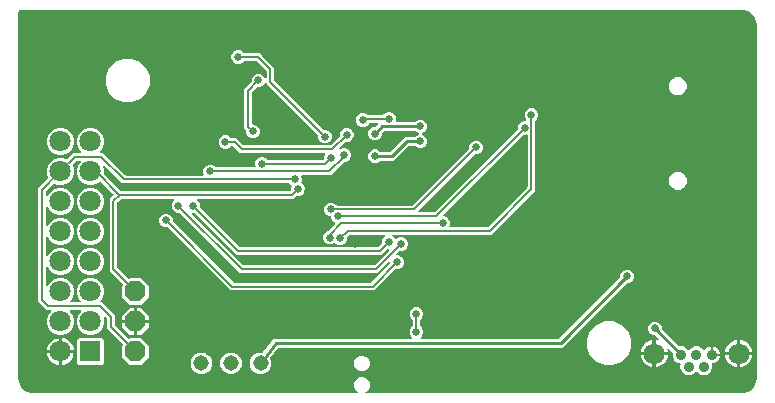
<source format=gbr>
G04 EAGLE Gerber RS-274X export*
G75*
%MOMM*%
%FSLAX34Y34*%
%LPD*%
%INBottom Copper*%
%IPPOS*%
%AMOC8*
5,1,8,0,0,1.08239X$1,22.5*%
G01*
%ADD10C,0.858000*%
%ADD11R,1.800000X1.800000*%
%ADD12C,1.800000*%
%ADD13C,0.908000*%
%ADD14C,1.803150*%
%ADD15C,1.308000*%
%ADD16P,1.894182X8X22.500000*%
%ADD17C,0.654800*%
%ADD18C,0.254000*%
%ADD19C,0.152400*%
%ADD20C,0.203200*%
%ADD21C,0.239522*%

G36*
X289756Y2556D02*
X289756Y2556D01*
X289854Y2566D01*
X289877Y2576D01*
X289903Y2580D01*
X289989Y2626D01*
X290078Y2666D01*
X290098Y2683D01*
X290121Y2696D01*
X290188Y2766D01*
X290259Y2832D01*
X290272Y2855D01*
X290290Y2874D01*
X290331Y2962D01*
X290378Y3048D01*
X290383Y3073D01*
X290394Y3097D01*
X290404Y3194D01*
X290422Y3290D01*
X290418Y3316D01*
X290421Y3341D01*
X290400Y3437D01*
X290386Y3533D01*
X290374Y3556D01*
X290368Y3582D01*
X290318Y3665D01*
X290274Y3752D01*
X290256Y3771D01*
X290242Y3793D01*
X290168Y3856D01*
X290099Y3924D01*
X290070Y3940D01*
X290055Y3953D01*
X290024Y3965D01*
X289952Y4005D01*
X289665Y4124D01*
X287825Y5964D01*
X286829Y8368D01*
X286829Y10970D01*
X287825Y13374D01*
X289665Y15214D01*
X292069Y16210D01*
X294671Y16210D01*
X297075Y15214D01*
X298915Y13374D01*
X299911Y10970D01*
X299911Y8368D01*
X298915Y5964D01*
X297075Y4124D01*
X296788Y4005D01*
X296706Y3954D01*
X296619Y3908D01*
X296601Y3890D01*
X296579Y3876D01*
X296517Y3801D01*
X296450Y3730D01*
X296439Y3706D01*
X296422Y3686D01*
X296387Y3595D01*
X296346Y3507D01*
X296344Y3481D01*
X296334Y3457D01*
X296330Y3359D01*
X296319Y3263D01*
X296325Y3237D01*
X296324Y3211D01*
X296351Y3117D01*
X296372Y3022D01*
X296385Y3000D01*
X296392Y2975D01*
X296448Y2895D01*
X296498Y2811D01*
X296518Y2794D01*
X296533Y2773D01*
X296611Y2714D01*
X296685Y2651D01*
X296709Y2641D01*
X296730Y2626D01*
X296822Y2596D01*
X296913Y2559D01*
X296945Y2556D01*
X296964Y2550D01*
X296997Y2550D01*
X297080Y2541D01*
X615000Y2541D01*
X615026Y2545D01*
X615075Y2544D01*
X617357Y2769D01*
X617384Y2776D01*
X617412Y2777D01*
X617573Y2823D01*
X621790Y4570D01*
X621846Y4605D01*
X621906Y4630D01*
X621971Y4682D01*
X621999Y4700D01*
X622012Y4715D01*
X622037Y4735D01*
X625265Y7963D01*
X625303Y8016D01*
X625349Y8063D01*
X625389Y8136D01*
X625408Y8162D01*
X625414Y8181D01*
X625430Y8210D01*
X627177Y12427D01*
X627183Y12454D01*
X627196Y12479D01*
X627231Y12643D01*
X627456Y14925D01*
X627454Y14952D01*
X627459Y15000D01*
X627459Y315000D01*
X627455Y315026D01*
X627456Y315075D01*
X627231Y317357D01*
X627224Y317384D01*
X627223Y317412D01*
X627177Y317573D01*
X625430Y321790D01*
X625395Y321846D01*
X625370Y321906D01*
X625318Y321971D01*
X625308Y321988D01*
X625303Y321995D01*
X625303Y321996D01*
X625300Y321999D01*
X625285Y322012D01*
X625265Y322037D01*
X622037Y325265D01*
X621984Y325303D01*
X621937Y325349D01*
X621864Y325389D01*
X621838Y325408D01*
X621819Y325414D01*
X621790Y325430D01*
X617573Y327177D01*
X617546Y327183D01*
X617521Y327196D01*
X617357Y327231D01*
X615075Y327456D01*
X615048Y327454D01*
X615000Y327459D01*
X5000Y327459D01*
X4969Y327454D01*
X4901Y327453D01*
X4461Y327395D01*
X4398Y327376D01*
X4334Y327367D01*
X4257Y327333D01*
X4226Y327324D01*
X4210Y327313D01*
X4180Y327299D01*
X3419Y326860D01*
X3330Y326787D01*
X3239Y326716D01*
X3233Y326708D01*
X3228Y326704D01*
X3216Y326685D01*
X3140Y326581D01*
X2701Y325820D01*
X2677Y325759D01*
X2645Y325702D01*
X2625Y325621D01*
X2614Y325590D01*
X2613Y325571D01*
X2605Y325539D01*
X2547Y325099D01*
X2548Y325068D01*
X2541Y325000D01*
X2541Y15000D01*
X2545Y14974D01*
X2544Y14925D01*
X2769Y12643D01*
X2776Y12616D01*
X2777Y12588D01*
X2823Y12427D01*
X4570Y8210D01*
X4605Y8154D01*
X4630Y8094D01*
X4682Y8029D01*
X4700Y8001D01*
X4715Y7988D01*
X4735Y7963D01*
X7963Y4735D01*
X8016Y4697D01*
X8063Y4651D01*
X8136Y4611D01*
X8162Y4592D01*
X8181Y4586D01*
X8210Y4570D01*
X12426Y2823D01*
X12454Y2817D01*
X12479Y2804D01*
X12643Y2769D01*
X14925Y2544D01*
X14952Y2546D01*
X15000Y2541D01*
X289660Y2541D01*
X289756Y2556D01*
G37*
%LPC*%
G36*
X96923Y26809D02*
X96923Y26809D01*
X90309Y33423D01*
X90309Y42777D01*
X90743Y43210D01*
X90754Y43226D01*
X90770Y43239D01*
X90826Y43326D01*
X90886Y43410D01*
X90892Y43429D01*
X90903Y43446D01*
X90928Y43546D01*
X90959Y43645D01*
X90958Y43665D01*
X90963Y43684D01*
X90955Y43787D01*
X90952Y43891D01*
X90945Y43910D01*
X90944Y43929D01*
X90903Y44024D01*
X90868Y44122D01*
X90855Y44137D01*
X90847Y44156D01*
X90743Y44287D01*
X79627Y55402D01*
X77469Y57560D01*
X77469Y65627D01*
X77455Y65717D01*
X77447Y65808D01*
X77435Y65837D01*
X77430Y65869D01*
X77387Y65950D01*
X77351Y66034D01*
X77325Y66066D01*
X77314Y66087D01*
X77291Y66109D01*
X77246Y66165D01*
X75926Y67485D01*
X75847Y67542D01*
X75772Y67604D01*
X75748Y67613D01*
X75726Y67629D01*
X75633Y67657D01*
X75542Y67692D01*
X75516Y67693D01*
X75491Y67701D01*
X75394Y67699D01*
X75297Y67703D01*
X75271Y67695D01*
X75245Y67695D01*
X75154Y67661D01*
X75060Y67634D01*
X75039Y67619D01*
X75014Y67610D01*
X74938Y67549D01*
X74858Y67494D01*
X74843Y67473D01*
X74822Y67457D01*
X74770Y67375D01*
X74712Y67296D01*
X74704Y67272D01*
X74689Y67250D01*
X74666Y67155D01*
X74635Y67063D01*
X74636Y67036D01*
X74629Y67011D01*
X74637Y66914D01*
X74638Y66817D01*
X74647Y66785D01*
X74648Y66766D01*
X74661Y66736D01*
X74685Y66656D01*
X75041Y65796D01*
X75041Y61204D01*
X73284Y56963D01*
X70037Y53716D01*
X65796Y51959D01*
X61204Y51959D01*
X56963Y53716D01*
X53716Y56963D01*
X51959Y61204D01*
X51959Y65796D01*
X53716Y70037D01*
X55277Y71598D01*
X55319Y71656D01*
X55368Y71708D01*
X55390Y71755D01*
X55420Y71797D01*
X55441Y71866D01*
X55472Y71931D01*
X55477Y71983D01*
X55493Y72033D01*
X55491Y72104D01*
X55499Y72175D01*
X55488Y72226D01*
X55486Y72278D01*
X55462Y72346D01*
X55446Y72416D01*
X55420Y72461D01*
X55402Y72509D01*
X55357Y72565D01*
X55320Y72627D01*
X55281Y72661D01*
X55248Y72701D01*
X55188Y72740D01*
X55133Y72787D01*
X55085Y72806D01*
X55041Y72834D01*
X54972Y72852D01*
X54905Y72879D01*
X54834Y72887D01*
X54803Y72895D01*
X54779Y72893D01*
X54738Y72897D01*
X46862Y72897D01*
X46791Y72886D01*
X46719Y72884D01*
X46670Y72866D01*
X46619Y72858D01*
X46555Y72824D01*
X46488Y72799D01*
X46447Y72767D01*
X46401Y72742D01*
X46352Y72690D01*
X46296Y72646D01*
X46268Y72602D01*
X46232Y72564D01*
X46202Y72499D01*
X46163Y72439D01*
X46150Y72388D01*
X46128Y72341D01*
X46121Y72270D01*
X46103Y72200D01*
X46107Y72148D01*
X46101Y72097D01*
X46117Y72026D01*
X46122Y71955D01*
X46143Y71907D01*
X46154Y71856D01*
X46190Y71795D01*
X46218Y71729D01*
X46263Y71673D01*
X46280Y71645D01*
X46298Y71630D01*
X46323Y71598D01*
X47884Y70037D01*
X49641Y65796D01*
X49641Y61204D01*
X47884Y56963D01*
X44637Y53716D01*
X40396Y51959D01*
X35804Y51959D01*
X31563Y53716D01*
X28316Y56963D01*
X26559Y61204D01*
X26559Y65796D01*
X28316Y70037D01*
X29877Y71598D01*
X29919Y71656D01*
X29968Y71708D01*
X29990Y71755D01*
X30020Y71797D01*
X30041Y71866D01*
X30072Y71931D01*
X30077Y71983D01*
X30093Y72033D01*
X30091Y72104D01*
X30099Y72175D01*
X30088Y72226D01*
X30086Y72278D01*
X30062Y72346D01*
X30046Y72416D01*
X30020Y72461D01*
X30002Y72509D01*
X29957Y72565D01*
X29920Y72627D01*
X29881Y72661D01*
X29848Y72701D01*
X29788Y72740D01*
X29733Y72787D01*
X29685Y72806D01*
X29641Y72834D01*
X29572Y72852D01*
X29505Y72879D01*
X29434Y72887D01*
X29403Y72895D01*
X29379Y72893D01*
X29338Y72897D01*
X26318Y72897D01*
X19049Y80166D01*
X19049Y176120D01*
X21207Y178278D01*
X27539Y184610D01*
X27608Y184705D01*
X27677Y184799D01*
X27679Y184805D01*
X27683Y184810D01*
X27717Y184921D01*
X27754Y185033D01*
X27753Y185039D01*
X27755Y185045D01*
X27752Y185162D01*
X27751Y185279D01*
X27749Y185286D01*
X27749Y185291D01*
X27743Y185308D01*
X27704Y185440D01*
X26559Y188204D01*
X26559Y192796D01*
X28316Y197037D01*
X31563Y200284D01*
X35804Y202041D01*
X40396Y202041D01*
X43160Y200896D01*
X43274Y200869D01*
X43387Y200840D01*
X43394Y200841D01*
X43400Y200839D01*
X43516Y200850D01*
X43633Y200859D01*
X43638Y200862D01*
X43645Y200862D01*
X43752Y200910D01*
X43859Y200956D01*
X43865Y200960D01*
X43869Y200962D01*
X43883Y200975D01*
X43990Y201061D01*
X47074Y204145D01*
X49232Y206303D01*
X54938Y206303D01*
X55009Y206314D01*
X55081Y206316D01*
X55130Y206334D01*
X55181Y206342D01*
X55245Y206376D01*
X55312Y206401D01*
X55353Y206433D01*
X55399Y206458D01*
X55448Y206510D01*
X55504Y206554D01*
X55532Y206598D01*
X55568Y206636D01*
X55598Y206701D01*
X55637Y206761D01*
X55650Y206812D01*
X55672Y206859D01*
X55679Y206930D01*
X55697Y207000D01*
X55693Y207052D01*
X55699Y207103D01*
X55683Y207174D01*
X55678Y207245D01*
X55657Y207293D01*
X55646Y207344D01*
X55610Y207405D01*
X55582Y207471D01*
X55537Y207527D01*
X55520Y207555D01*
X55502Y207570D01*
X55477Y207602D01*
X53716Y209363D01*
X51959Y213604D01*
X51959Y218196D01*
X53716Y222437D01*
X56963Y225684D01*
X61204Y227441D01*
X65796Y227441D01*
X70037Y225684D01*
X73284Y222437D01*
X75041Y218196D01*
X75041Y213604D01*
X73284Y209363D01*
X71523Y207602D01*
X71481Y207544D01*
X71432Y207492D01*
X71410Y207445D01*
X71380Y207403D01*
X71359Y207334D01*
X71328Y207269D01*
X71323Y207217D01*
X71307Y207167D01*
X71309Y207096D01*
X71301Y207025D01*
X71312Y206974D01*
X71314Y206922D01*
X71338Y206854D01*
X71354Y206784D01*
X71380Y206739D01*
X71398Y206691D01*
X71443Y206635D01*
X71480Y206573D01*
X71519Y206539D01*
X71552Y206499D01*
X71612Y206460D01*
X71667Y206413D01*
X71715Y206394D01*
X71759Y206366D01*
X71828Y206348D01*
X71895Y206321D01*
X71966Y206313D01*
X71997Y206305D01*
X72021Y206307D01*
X72062Y206303D01*
X73868Y206303D01*
X92924Y187247D01*
X92998Y187194D01*
X93067Y187134D01*
X93098Y187122D01*
X93124Y187103D01*
X93211Y187076D01*
X93296Y187042D01*
X93337Y187038D01*
X93359Y187031D01*
X93391Y187032D01*
X93462Y187024D01*
X158853Y187024D01*
X158898Y187031D01*
X158944Y187029D01*
X159019Y187051D01*
X159096Y187063D01*
X159136Y187085D01*
X159180Y187098D01*
X159244Y187142D01*
X159313Y187179D01*
X159345Y187212D01*
X159382Y187238D01*
X159429Y187300D01*
X159482Y187357D01*
X159502Y187399D01*
X159529Y187435D01*
X159553Y187509D01*
X159586Y187580D01*
X159591Y187626D01*
X159605Y187669D01*
X159604Y187747D01*
X159613Y187824D01*
X159603Y187869D01*
X159603Y187915D01*
X159565Y188047D01*
X159561Y188065D01*
X159558Y188069D01*
X159556Y188076D01*
X159031Y189343D01*
X159031Y191657D01*
X159917Y193794D01*
X161552Y195429D01*
X163689Y196315D01*
X166003Y196315D01*
X168140Y195429D01*
X169544Y194026D01*
X169618Y193973D01*
X169687Y193913D01*
X169717Y193901D01*
X169743Y193882D01*
X169830Y193855D01*
X169915Y193821D01*
X169956Y193817D01*
X169978Y193810D01*
X170011Y193811D01*
X170082Y193803D01*
X202512Y193803D01*
X202557Y193810D01*
X202603Y193808D01*
X202678Y193830D01*
X202755Y193842D01*
X202795Y193864D01*
X202839Y193877D01*
X202903Y193921D01*
X202972Y193958D01*
X203004Y193991D01*
X203041Y194017D01*
X203088Y194080D01*
X203141Y194136D01*
X203161Y194178D01*
X203188Y194214D01*
X203212Y194288D01*
X203245Y194359D01*
X203250Y194405D01*
X203264Y194448D01*
X203264Y194526D01*
X203272Y194603D01*
X203262Y194648D01*
X203262Y194694D01*
X203224Y194825D01*
X203220Y194844D01*
X203217Y194848D01*
X203215Y194855D01*
X202973Y195439D01*
X202973Y197753D01*
X203859Y199890D01*
X205494Y201525D01*
X207631Y202411D01*
X209945Y202411D01*
X212082Y201525D01*
X213486Y200122D01*
X213560Y200069D01*
X213629Y200009D01*
X213659Y199997D01*
X213685Y199978D01*
X213772Y199951D01*
X213857Y199917D01*
X213898Y199913D01*
X213920Y199906D01*
X213953Y199907D01*
X214024Y199899D01*
X260356Y199899D01*
X260376Y199902D01*
X260395Y199900D01*
X260497Y199922D01*
X260599Y199938D01*
X260616Y199948D01*
X260636Y199952D01*
X260725Y200005D01*
X260816Y200054D01*
X260830Y200068D01*
X260847Y200078D01*
X260914Y200157D01*
X260986Y200232D01*
X260994Y200250D01*
X261007Y200265D01*
X261046Y200361D01*
X261089Y200455D01*
X261091Y200475D01*
X261099Y200493D01*
X261117Y200660D01*
X261117Y202601D01*
X262013Y204764D01*
X262016Y204768D01*
X262066Y204820D01*
X262088Y204867D01*
X262118Y204909D01*
X262139Y204978D01*
X262169Y205043D01*
X262175Y205095D01*
X262190Y205144D01*
X262188Y205216D01*
X262196Y205287D01*
X262185Y205338D01*
X262184Y205390D01*
X262159Y205458D01*
X262144Y205528D01*
X262117Y205572D01*
X262100Y205621D01*
X262055Y205677D01*
X262018Y205739D01*
X261979Y205773D01*
X261946Y205813D01*
X261886Y205852D01*
X261831Y205899D01*
X261783Y205918D01*
X261739Y205946D01*
X261670Y205964D01*
X261603Y205991D01*
X261532Y205999D01*
X261501Y206007D01*
X261477Y206005D01*
X261436Y206009D01*
X190386Y206009D01*
X184529Y211866D01*
X184455Y211919D01*
X184386Y211979D01*
X184355Y211991D01*
X184329Y212010D01*
X184242Y212037D01*
X184157Y212071D01*
X184116Y212075D01*
X184094Y212082D01*
X184062Y212081D01*
X183991Y212089D01*
X183036Y212089D01*
X182946Y212075D01*
X182855Y212067D01*
X182825Y212055D01*
X182793Y212050D01*
X182712Y212007D01*
X182629Y211971D01*
X182596Y211945D01*
X182576Y211934D01*
X182554Y211911D01*
X182498Y211866D01*
X181094Y210463D01*
X178957Y209577D01*
X176643Y209577D01*
X174506Y210463D01*
X172871Y212098D01*
X171985Y214235D01*
X171985Y216549D01*
X172871Y218686D01*
X174506Y220321D01*
X176643Y221207D01*
X178957Y221207D01*
X181094Y220321D01*
X182498Y218918D01*
X182572Y218865D01*
X182641Y218805D01*
X182671Y218793D01*
X182697Y218774D01*
X182784Y218747D01*
X182869Y218713D01*
X182910Y218709D01*
X182932Y218702D01*
X182965Y218703D01*
X183036Y218695D01*
X187042Y218695D01*
X192899Y212838D01*
X192973Y212785D01*
X193042Y212725D01*
X193073Y212713D01*
X193099Y212694D01*
X193186Y212667D01*
X193271Y212633D01*
X193312Y212629D01*
X193334Y212622D01*
X193366Y212623D01*
X193437Y212615D01*
X266702Y212615D01*
X266792Y212629D01*
X266883Y212637D01*
X266913Y212649D01*
X266945Y212654D01*
X267026Y212697D01*
X267110Y212733D01*
X267142Y212759D01*
X267163Y212770D01*
X267185Y212793D01*
X267241Y212838D01*
X274384Y219981D01*
X274437Y220055D01*
X274497Y220124D01*
X274509Y220155D01*
X274528Y220181D01*
X274554Y220268D01*
X274589Y220353D01*
X274593Y220394D01*
X274600Y220416D01*
X274599Y220448D01*
X274607Y220519D01*
X274607Y222505D01*
X275492Y224642D01*
X277128Y226277D01*
X279265Y227163D01*
X281578Y227163D01*
X283716Y226277D01*
X285351Y224642D01*
X286236Y222505D01*
X286236Y220191D01*
X285351Y218054D01*
X283716Y216419D01*
X281578Y215533D01*
X279593Y215533D01*
X279503Y215519D01*
X279412Y215511D01*
X279382Y215499D01*
X279350Y215494D01*
X279270Y215451D01*
X279186Y215415D01*
X279154Y215389D01*
X279133Y215378D01*
X279111Y215355D01*
X279055Y215310D01*
X274397Y210653D01*
X274341Y210574D01*
X274278Y210499D01*
X274269Y210474D01*
X274254Y210453D01*
X274225Y210360D01*
X274190Y210269D01*
X274189Y210243D01*
X274181Y210218D01*
X274184Y210121D01*
X274180Y210023D01*
X274187Y209998D01*
X274188Y209972D01*
X274221Y209881D01*
X274248Y209787D01*
X274263Y209766D01*
X274272Y209741D01*
X274333Y209665D01*
X274389Y209585D01*
X274410Y209570D01*
X274426Y209549D01*
X274508Y209496D01*
X274586Y209438D01*
X274611Y209430D01*
X274633Y209416D01*
X274727Y209392D01*
X274820Y209362D01*
X274846Y209362D01*
X274871Y209356D01*
X274968Y209364D01*
X275066Y209365D01*
X275097Y209374D01*
X275117Y209375D01*
X275147Y209388D01*
X275227Y209411D01*
X276943Y210122D01*
X279257Y210122D01*
X281394Y209237D01*
X283029Y207601D01*
X283915Y205464D01*
X283915Y203151D01*
X283029Y201014D01*
X281394Y199378D01*
X279257Y198493D01*
X278663Y198493D01*
X278573Y198478D01*
X278482Y198471D01*
X278452Y198458D01*
X278420Y198453D01*
X278339Y198410D01*
X278256Y198375D01*
X278223Y198349D01*
X278203Y198338D01*
X278181Y198315D01*
X278125Y198270D01*
X267052Y187197D01*
X242816Y187197D01*
X242771Y187190D01*
X242725Y187192D01*
X242650Y187170D01*
X242573Y187158D01*
X242533Y187136D01*
X242489Y187123D01*
X242425Y187079D01*
X242356Y187042D01*
X242325Y187009D01*
X242287Y186983D01*
X242240Y186920D01*
X242187Y186864D01*
X242167Y186822D01*
X242140Y186786D01*
X242116Y186712D01*
X242083Y186641D01*
X242078Y186595D01*
X242064Y186552D01*
X242065Y186474D01*
X242056Y186397D01*
X242066Y186352D01*
X242066Y186306D01*
X242104Y186174D01*
X242108Y186156D01*
X242111Y186152D01*
X242113Y186145D01*
X242638Y184878D01*
X242638Y182564D01*
X242040Y181122D01*
X242014Y181008D01*
X241985Y180895D01*
X241985Y180888D01*
X241984Y180882D01*
X241995Y180766D01*
X242004Y180649D01*
X242006Y180644D01*
X242007Y180637D01*
X242055Y180530D01*
X242100Y180423D01*
X242105Y180417D01*
X242107Y180413D01*
X242120Y180399D01*
X242205Y180292D01*
X243879Y178618D01*
X244765Y176481D01*
X244765Y174167D01*
X243879Y172030D01*
X242244Y170395D01*
X240107Y169509D01*
X238121Y169509D01*
X238031Y169495D01*
X237940Y169487D01*
X237911Y169475D01*
X237879Y169470D01*
X237798Y169427D01*
X237714Y169391D01*
X237682Y169365D01*
X237661Y169354D01*
X237639Y169331D01*
X237583Y169286D01*
X235746Y167449D01*
X154612Y167449D01*
X154541Y167438D01*
X154469Y167436D01*
X154420Y167418D01*
X154369Y167410D01*
X154306Y167376D01*
X154238Y167351D01*
X154198Y167319D01*
X154152Y167294D01*
X154102Y167242D01*
X154046Y167198D01*
X154018Y167154D01*
X153982Y167116D01*
X153952Y167051D01*
X153913Y166991D01*
X153901Y166940D01*
X153879Y166893D01*
X153871Y166822D01*
X153853Y166752D01*
X153857Y166700D01*
X153852Y166649D01*
X153867Y166578D01*
X153872Y166507D01*
X153893Y166459D01*
X153904Y166408D01*
X153941Y166347D01*
X153969Y166281D01*
X154014Y166225D01*
X154030Y166197D01*
X154048Y166182D01*
X154074Y166150D01*
X155429Y164794D01*
X156315Y162657D01*
X156315Y160255D01*
X156311Y160242D01*
X156312Y160236D01*
X156311Y160231D01*
X156321Y160113D01*
X156331Y159996D01*
X156333Y159991D01*
X156333Y159986D01*
X156381Y159877D01*
X156427Y159770D01*
X156431Y159765D01*
X156433Y159761D01*
X156445Y159748D01*
X156532Y159639D01*
X171957Y144214D01*
X172031Y144161D01*
X172100Y144101D01*
X172131Y144089D01*
X172157Y144070D01*
X172244Y144043D01*
X172295Y144023D01*
X189792Y126526D01*
X189866Y126473D01*
X189936Y126413D01*
X189966Y126401D01*
X189992Y126382D01*
X190079Y126355D01*
X190164Y126321D01*
X190205Y126317D01*
X190227Y126310D01*
X190259Y126311D01*
X190330Y126303D01*
X306817Y126303D01*
X306907Y126317D01*
X306998Y126325D01*
X307027Y126337D01*
X307059Y126342D01*
X307140Y126385D01*
X307224Y126421D01*
X307256Y126447D01*
X307277Y126458D01*
X307299Y126481D01*
X307355Y126526D01*
X309962Y129133D01*
X310004Y129192D01*
X310052Y129241D01*
X310060Y129259D01*
X310075Y129276D01*
X310087Y129307D01*
X310106Y129333D01*
X310129Y129408D01*
X310155Y129464D01*
X310157Y129480D01*
X310167Y129505D01*
X310171Y129546D01*
X310178Y129568D01*
X310177Y129600D01*
X310185Y129671D01*
X310185Y131657D01*
X311071Y133794D01*
X312706Y135429D01*
X312733Y135441D01*
X312816Y135492D01*
X312902Y135538D01*
X312920Y135556D01*
X312942Y135570D01*
X313004Y135645D01*
X313071Y135716D01*
X313082Y135740D01*
X313099Y135760D01*
X313134Y135851D01*
X313175Y135939D01*
X313178Y135965D01*
X313187Y135989D01*
X313191Y136087D01*
X313202Y136183D01*
X313197Y136209D01*
X313198Y136235D01*
X313171Y136328D01*
X313150Y136424D01*
X313137Y136446D01*
X313129Y136471D01*
X313074Y136551D01*
X313024Y136635D01*
X313004Y136652D01*
X312989Y136673D01*
X312911Y136731D01*
X312837Y136795D01*
X312813Y136805D01*
X312792Y136820D01*
X312699Y136850D01*
X312609Y136887D01*
X312576Y136890D01*
X312558Y136896D01*
X312525Y136896D01*
X312442Y136905D01*
X283115Y136905D01*
X283025Y136891D01*
X282934Y136883D01*
X282905Y136871D01*
X282873Y136866D01*
X282792Y136823D01*
X282708Y136787D01*
X282676Y136761D01*
X282655Y136750D01*
X282633Y136727D01*
X282577Y136682D01*
X281120Y135225D01*
X281067Y135151D01*
X281007Y135082D01*
X280995Y135051D01*
X280976Y135025D01*
X280949Y134938D01*
X280915Y134853D01*
X280911Y134812D01*
X280904Y134790D01*
X280905Y134758D01*
X280897Y134687D01*
X280897Y132701D01*
X280011Y130564D01*
X278376Y128929D01*
X276239Y128043D01*
X273925Y128043D01*
X271788Y128929D01*
X270794Y129922D01*
X270778Y129934D01*
X270766Y129950D01*
X270678Y130006D01*
X270595Y130066D01*
X270576Y130072D01*
X270559Y130083D01*
X270458Y130108D01*
X270359Y130138D01*
X270339Y130138D01*
X270320Y130143D01*
X270217Y130135D01*
X270114Y130132D01*
X270095Y130125D01*
X270075Y130124D01*
X269980Y130083D01*
X269883Y130048D01*
X269867Y130035D01*
X269849Y130027D01*
X269718Y129922D01*
X269394Y129599D01*
X267257Y128713D01*
X264943Y128713D01*
X262806Y129599D01*
X261171Y131234D01*
X260285Y133371D01*
X260285Y135685D01*
X261171Y137822D01*
X262806Y139457D01*
X264828Y140295D01*
X264884Y140330D01*
X264944Y140355D01*
X265009Y140407D01*
X265037Y140425D01*
X265050Y140440D01*
X265075Y140460D01*
X270775Y146160D01*
X270802Y146197D01*
X270836Y146228D01*
X270873Y146297D01*
X270919Y146360D01*
X270932Y146404D01*
X270954Y146444D01*
X270968Y146520D01*
X270991Y146595D01*
X270990Y146641D01*
X270998Y146686D01*
X270987Y146763D01*
X270985Y146841D01*
X270969Y146884D01*
X270962Y146929D01*
X270927Y146999D01*
X270900Y147072D01*
X270872Y147108D01*
X270851Y147148D01*
X270795Y147203D01*
X270747Y147264D01*
X270708Y147289D01*
X270675Y147321D01*
X270555Y147387D01*
X270540Y147397D01*
X270535Y147398D01*
X270528Y147402D01*
X269884Y147669D01*
X268248Y149304D01*
X267363Y151441D01*
X267363Y151666D01*
X267360Y151686D01*
X267362Y151705D01*
X267340Y151807D01*
X267323Y151909D01*
X267314Y151926D01*
X267310Y151946D01*
X267256Y152035D01*
X267208Y152126D01*
X267194Y152140D01*
X267183Y152157D01*
X267105Y152224D01*
X267030Y152296D01*
X267012Y152304D01*
X266996Y152317D01*
X266900Y152356D01*
X266807Y152399D01*
X266787Y152401D01*
X266768Y152409D01*
X266602Y152427D01*
X265797Y152427D01*
X263660Y153313D01*
X262025Y154948D01*
X261139Y157085D01*
X261139Y159399D01*
X262025Y161536D01*
X263660Y163171D01*
X265797Y164057D01*
X268111Y164057D01*
X270248Y163171D01*
X271652Y161768D01*
X271726Y161715D01*
X271795Y161655D01*
X271825Y161643D01*
X271851Y161624D01*
X271938Y161597D01*
X272023Y161563D01*
X272064Y161559D01*
X272086Y161552D01*
X272119Y161553D01*
X272190Y161545D01*
X335883Y161545D01*
X335973Y161559D01*
X336064Y161567D01*
X336093Y161579D01*
X336125Y161584D01*
X336206Y161627D01*
X336290Y161663D01*
X336322Y161689D01*
X336343Y161700D01*
X336365Y161723D01*
X336421Y161768D01*
X384106Y209453D01*
X384159Y209527D01*
X384219Y209596D01*
X384231Y209627D01*
X384250Y209653D01*
X384277Y209740D01*
X384311Y209825D01*
X384315Y209866D01*
X384322Y209888D01*
X384321Y209920D01*
X384329Y209991D01*
X384329Y211977D01*
X385215Y214114D01*
X386850Y215749D01*
X388987Y216635D01*
X391301Y216635D01*
X393438Y215749D01*
X395073Y214114D01*
X395959Y211977D01*
X395959Y209663D01*
X395073Y207526D01*
X393438Y205891D01*
X391301Y205005D01*
X389315Y205005D01*
X389225Y204991D01*
X389134Y204983D01*
X389105Y204971D01*
X389073Y204966D01*
X388992Y204923D01*
X388908Y204887D01*
X388876Y204861D01*
X388855Y204850D01*
X388833Y204827D01*
X388777Y204782D01*
X341195Y157200D01*
X341153Y157142D01*
X341104Y157090D01*
X341082Y157043D01*
X341051Y157001D01*
X341030Y156932D01*
X341000Y156867D01*
X340994Y156815D01*
X340979Y156765D01*
X340981Y156694D01*
X340973Y156623D01*
X340984Y156572D01*
X340985Y156520D01*
X341010Y156452D01*
X341025Y156382D01*
X341052Y156338D01*
X341070Y156289D01*
X341115Y156233D01*
X341152Y156171D01*
X341191Y156137D01*
X341224Y156097D01*
X341284Y156058D01*
X341338Y156011D01*
X341387Y155992D01*
X341431Y155964D01*
X341500Y155946D01*
X341567Y155919D01*
X341638Y155911D01*
X341669Y155903D01*
X341692Y155905D01*
X341733Y155901D01*
X354691Y155901D01*
X354781Y155915D01*
X354872Y155923D01*
X354901Y155935D01*
X354933Y155940D01*
X355014Y155983D01*
X355098Y156019D01*
X355130Y156045D01*
X355151Y156056D01*
X355173Y156079D01*
X355229Y156124D01*
X425282Y226177D01*
X425335Y226251D01*
X425395Y226320D01*
X425407Y226351D01*
X425426Y226377D01*
X425453Y226464D01*
X425487Y226549D01*
X425491Y226590D01*
X425498Y226612D01*
X425497Y226644D01*
X425505Y226715D01*
X425505Y228701D01*
X426391Y230838D01*
X428026Y232473D01*
X430163Y233359D01*
X431750Y233359D01*
X431821Y233370D01*
X431893Y233372D01*
X431942Y233390D01*
X431993Y233398D01*
X432056Y233432D01*
X432124Y233457D01*
X432164Y233489D01*
X432210Y233514D01*
X432260Y233565D01*
X432316Y233610D01*
X432344Y233654D01*
X432380Y233692D01*
X432410Y233757D01*
X432449Y233817D01*
X432461Y233868D01*
X432483Y233915D01*
X432491Y233986D01*
X432509Y234056D01*
X432505Y234108D01*
X432510Y234159D01*
X432495Y234230D01*
X432490Y234301D01*
X432469Y234349D01*
X432458Y234400D01*
X432421Y234461D01*
X432393Y234527D01*
X432348Y234583D01*
X432332Y234611D01*
X432314Y234626D01*
X432288Y234658D01*
X431950Y234996D01*
X431065Y237133D01*
X431065Y239447D01*
X431951Y241584D01*
X433586Y243219D01*
X435723Y244105D01*
X438037Y244105D01*
X440174Y243219D01*
X441809Y241584D01*
X442695Y239447D01*
X442695Y237133D01*
X441809Y234996D01*
X440406Y233592D01*
X440353Y233518D01*
X440293Y233449D01*
X440281Y233419D01*
X440262Y233393D01*
X440235Y233306D01*
X440201Y233221D01*
X440197Y233180D01*
X440190Y233158D01*
X440191Y233125D01*
X440183Y233054D01*
X440183Y174146D01*
X402942Y136905D01*
X319558Y136905D01*
X319462Y136890D01*
X319365Y136880D01*
X319341Y136870D01*
X319315Y136866D01*
X319229Y136820D01*
X319140Y136780D01*
X319121Y136763D01*
X319098Y136750D01*
X319031Y136680D01*
X318959Y136614D01*
X318947Y136591D01*
X318929Y136572D01*
X318887Y136484D01*
X318841Y136398D01*
X318836Y136373D01*
X318825Y136349D01*
X318814Y136252D01*
X318797Y136156D01*
X318801Y136130D01*
X318798Y136105D01*
X318818Y136009D01*
X318833Y135913D01*
X318844Y135890D01*
X318850Y135864D01*
X318900Y135781D01*
X318944Y135694D01*
X318963Y135675D01*
X318976Y135653D01*
X319050Y135590D01*
X319120Y135522D01*
X319148Y135506D01*
X319163Y135493D01*
X319194Y135481D01*
X319267Y135441D01*
X319294Y135429D01*
X320929Y133794D01*
X321121Y133332D01*
X321145Y133293D01*
X321161Y133250D01*
X321209Y133190D01*
X321250Y133123D01*
X321286Y133094D01*
X321314Y133058D01*
X321380Y133016D01*
X321440Y132967D01*
X321483Y132950D01*
X321521Y132925D01*
X321597Y132906D01*
X321669Y132878D01*
X321715Y132876D01*
X321760Y132865D01*
X321837Y132871D01*
X321915Y132868D01*
X321959Y132881D01*
X322005Y132884D01*
X322076Y132915D01*
X322151Y132937D01*
X322189Y132963D01*
X322231Y132981D01*
X322338Y133066D01*
X322353Y133077D01*
X322356Y133081D01*
X322362Y133085D01*
X323206Y133929D01*
X325343Y134815D01*
X327657Y134815D01*
X329794Y133929D01*
X331429Y132294D01*
X332315Y130157D01*
X332315Y127843D01*
X331429Y125706D01*
X329794Y124071D01*
X327657Y123185D01*
X325671Y123185D01*
X325581Y123171D01*
X325490Y123163D01*
X325461Y123151D01*
X325429Y123146D01*
X325348Y123103D01*
X325264Y123067D01*
X325232Y123041D01*
X325211Y123030D01*
X325189Y123007D01*
X325133Y122962D01*
X322785Y120614D01*
X322743Y120556D01*
X322694Y120504D01*
X322672Y120457D01*
X322641Y120415D01*
X322620Y120346D01*
X322590Y120281D01*
X322584Y120229D01*
X322569Y120179D01*
X322571Y120108D01*
X322563Y120037D01*
X322574Y119986D01*
X322575Y119934D01*
X322600Y119866D01*
X322615Y119796D01*
X322642Y119751D01*
X322660Y119703D01*
X322705Y119647D01*
X322742Y119585D01*
X322781Y119551D01*
X322814Y119511D01*
X322874Y119472D01*
X322928Y119425D01*
X322977Y119406D01*
X323021Y119378D01*
X323090Y119360D01*
X323157Y119333D01*
X323228Y119325D01*
X323259Y119317D01*
X323282Y119319D01*
X323323Y119315D01*
X324157Y119315D01*
X326294Y118429D01*
X327929Y116794D01*
X328815Y114657D01*
X328815Y112343D01*
X327929Y110206D01*
X326294Y108571D01*
X324157Y107685D01*
X322171Y107685D01*
X322081Y107671D01*
X321990Y107663D01*
X321961Y107651D01*
X321929Y107646D01*
X321848Y107603D01*
X321764Y107567D01*
X321732Y107541D01*
X321711Y107530D01*
X321689Y107507D01*
X321633Y107462D01*
X303868Y89697D01*
X182140Y89697D01*
X128875Y142962D01*
X128801Y143015D01*
X128732Y143075D01*
X128701Y143087D01*
X128675Y143106D01*
X128588Y143133D01*
X128503Y143167D01*
X128462Y143171D01*
X128440Y143178D01*
X128408Y143177D01*
X128337Y143185D01*
X126351Y143185D01*
X124214Y144071D01*
X122579Y145706D01*
X121693Y147843D01*
X121693Y150157D01*
X122579Y152294D01*
X124214Y153929D01*
X126351Y154815D01*
X128665Y154815D01*
X130802Y153929D01*
X132437Y152294D01*
X133323Y150157D01*
X133323Y148171D01*
X133337Y148081D01*
X133345Y147990D01*
X133357Y147961D01*
X133362Y147929D01*
X133405Y147848D01*
X133441Y147764D01*
X133467Y147732D01*
X133478Y147711D01*
X133501Y147689D01*
X133546Y147633D01*
X184653Y96526D01*
X184727Y96473D01*
X184796Y96413D01*
X184827Y96401D01*
X184853Y96382D01*
X184940Y96355D01*
X185025Y96321D01*
X185066Y96317D01*
X185088Y96310D01*
X185120Y96311D01*
X185191Y96303D01*
X300817Y96303D01*
X300907Y96317D01*
X300998Y96325D01*
X301027Y96337D01*
X301059Y96342D01*
X301140Y96385D01*
X301224Y96421D01*
X301256Y96447D01*
X301277Y96458D01*
X301299Y96481D01*
X301355Y96526D01*
X316962Y112133D01*
X317015Y112207D01*
X317075Y112276D01*
X317087Y112307D01*
X317106Y112333D01*
X317133Y112420D01*
X317167Y112505D01*
X317171Y112546D01*
X317178Y112568D01*
X317177Y112600D01*
X317185Y112671D01*
X317185Y113177D01*
X317174Y113247D01*
X317172Y113319D01*
X317154Y113368D01*
X317146Y113419D01*
X317112Y113483D01*
X317087Y113550D01*
X317055Y113591D01*
X317030Y113637D01*
X316978Y113686D01*
X316934Y113742D01*
X316890Y113770D01*
X316852Y113806D01*
X316787Y113836D01*
X316727Y113875D01*
X316676Y113888D01*
X316629Y113910D01*
X316558Y113918D01*
X316488Y113935D01*
X316436Y113931D01*
X316385Y113937D01*
X316314Y113922D01*
X316243Y113916D01*
X316195Y113896D01*
X316144Y113885D01*
X316083Y113848D01*
X316017Y113820D01*
X315961Y113775D01*
X315933Y113758D01*
X315918Y113741D01*
X315886Y113715D01*
X309026Y106855D01*
X306868Y104697D01*
X190132Y104697D01*
X139367Y155462D01*
X139293Y155515D01*
X139224Y155575D01*
X139193Y155587D01*
X139167Y155606D01*
X139080Y155633D01*
X138995Y155667D01*
X138954Y155671D01*
X138932Y155678D01*
X138900Y155677D01*
X138829Y155685D01*
X136843Y155685D01*
X134706Y156571D01*
X133071Y158206D01*
X132185Y160343D01*
X132185Y162657D01*
X133071Y164794D01*
X134426Y166150D01*
X134468Y166208D01*
X134518Y166260D01*
X134540Y166307D01*
X134570Y166349D01*
X134591Y166418D01*
X134621Y166483D01*
X134627Y166535D01*
X134642Y166585D01*
X134640Y166656D01*
X134648Y166727D01*
X134637Y166778D01*
X134636Y166830D01*
X134611Y166898D01*
X134596Y166968D01*
X134569Y167013D01*
X134552Y167061D01*
X134507Y167117D01*
X134470Y167179D01*
X134430Y167213D01*
X134398Y167253D01*
X134338Y167292D01*
X134283Y167339D01*
X134235Y167358D01*
X134191Y167386D01*
X134121Y167404D01*
X134055Y167431D01*
X133984Y167439D01*
X133952Y167447D01*
X133929Y167445D01*
X133888Y167449D01*
X89885Y167449D01*
X89795Y167435D01*
X89704Y167427D01*
X89675Y167415D01*
X89643Y167410D01*
X89562Y167367D01*
X89478Y167331D01*
X89446Y167305D01*
X89425Y167294D01*
X89403Y167271D01*
X89347Y167226D01*
X86509Y164388D01*
X86456Y164314D01*
X86396Y164245D01*
X86384Y164214D01*
X86365Y164188D01*
X86338Y164101D01*
X86304Y164016D01*
X86300Y163975D01*
X86293Y163953D01*
X86294Y163921D01*
X86286Y163850D01*
X86286Y109200D01*
X86300Y109110D01*
X86308Y109019D01*
X86320Y108990D01*
X86325Y108958D01*
X86368Y108877D01*
X86404Y108793D01*
X86430Y108761D01*
X86441Y108740D01*
X86464Y108718D01*
X86509Y108662D01*
X95413Y99757D01*
X95430Y99746D01*
X95442Y99730D01*
X95529Y99674D01*
X95613Y99614D01*
X95632Y99608D01*
X95649Y99597D01*
X95749Y99572D01*
X95848Y99541D01*
X95868Y99542D01*
X95887Y99537D01*
X95990Y99545D01*
X96094Y99548D01*
X96113Y99555D01*
X96133Y99556D01*
X96228Y99597D01*
X96325Y99632D01*
X96341Y99645D01*
X96359Y99653D01*
X96490Y99757D01*
X96923Y100191D01*
X106277Y100191D01*
X112891Y93577D01*
X112891Y84223D01*
X106277Y77609D01*
X96923Y77609D01*
X90309Y84223D01*
X90309Y93577D01*
X90743Y94010D01*
X90754Y94026D01*
X90770Y94039D01*
X90826Y94126D01*
X90886Y94210D01*
X90892Y94229D01*
X90903Y94246D01*
X90928Y94346D01*
X90959Y94445D01*
X90958Y94465D01*
X90963Y94484D01*
X90955Y94587D01*
X90952Y94691D01*
X90945Y94710D01*
X90944Y94729D01*
X90903Y94824D01*
X90868Y94922D01*
X90855Y94937D01*
X90847Y94956D01*
X90743Y95087D01*
X81838Y103991D01*
X79680Y106149D01*
X79680Y166901D01*
X82929Y170150D01*
X82941Y170166D01*
X82956Y170178D01*
X83012Y170266D01*
X83072Y170349D01*
X83078Y170368D01*
X83089Y170385D01*
X83114Y170486D01*
X83145Y170585D01*
X83144Y170604D01*
X83149Y170624D01*
X83141Y170727D01*
X83138Y170830D01*
X83132Y170849D01*
X83130Y170869D01*
X83090Y170964D01*
X83054Y171061D01*
X83042Y171077D01*
X83034Y171095D01*
X82929Y171226D01*
X72276Y181879D01*
X72260Y181890D01*
X72248Y181906D01*
X72161Y181962D01*
X72077Y182022D01*
X72058Y182028D01*
X72041Y182039D01*
X71940Y182064D01*
X71842Y182095D01*
X71822Y182094D01*
X71802Y182099D01*
X71699Y182091D01*
X71596Y182088D01*
X71577Y182081D01*
X71557Y182080D01*
X71462Y182040D01*
X71365Y182004D01*
X71349Y181991D01*
X71331Y181984D01*
X71200Y181879D01*
X70037Y180716D01*
X65796Y178959D01*
X61204Y178959D01*
X56963Y180716D01*
X53716Y183963D01*
X51959Y188204D01*
X51959Y192796D01*
X53716Y197037D01*
X55077Y198398D01*
X55119Y198456D01*
X55168Y198508D01*
X55190Y198555D01*
X55220Y198597D01*
X55241Y198666D01*
X55272Y198731D01*
X55277Y198783D01*
X55293Y198833D01*
X55291Y198904D01*
X55299Y198975D01*
X55288Y199026D01*
X55286Y199078D01*
X55262Y199146D01*
X55246Y199216D01*
X55220Y199261D01*
X55202Y199309D01*
X55157Y199365D01*
X55120Y199427D01*
X55081Y199461D01*
X55048Y199501D01*
X54988Y199540D01*
X54933Y199587D01*
X54885Y199606D01*
X54841Y199634D01*
X54772Y199652D01*
X54705Y199679D01*
X54634Y199687D01*
X54603Y199695D01*
X54579Y199693D01*
X54538Y199697D01*
X52283Y199697D01*
X52193Y199683D01*
X52102Y199675D01*
X52073Y199663D01*
X52041Y199658D01*
X51960Y199615D01*
X51876Y199579D01*
X51844Y199553D01*
X51823Y199542D01*
X51801Y199519D01*
X51745Y199474D01*
X48661Y196390D01*
X48592Y196295D01*
X48523Y196201D01*
X48521Y196195D01*
X48517Y196190D01*
X48483Y196079D01*
X48446Y195967D01*
X48447Y195961D01*
X48445Y195955D01*
X48448Y195838D01*
X48449Y195721D01*
X48451Y195714D01*
X48451Y195709D01*
X48457Y195692D01*
X48496Y195560D01*
X49641Y192796D01*
X49641Y188204D01*
X47884Y183963D01*
X44637Y180716D01*
X40396Y178959D01*
X35804Y178959D01*
X33040Y180104D01*
X32926Y180131D01*
X32813Y180160D01*
X32806Y180159D01*
X32800Y180161D01*
X32684Y180150D01*
X32567Y180141D01*
X32562Y180138D01*
X32555Y180138D01*
X32448Y180090D01*
X32341Y180044D01*
X32335Y180040D01*
X32331Y180038D01*
X32317Y180025D01*
X32210Y179939D01*
X25878Y173607D01*
X25825Y173533D01*
X25789Y173492D01*
X25786Y173489D01*
X25786Y173488D01*
X25765Y173464D01*
X25753Y173433D01*
X25734Y173407D01*
X25707Y173320D01*
X25702Y173308D01*
X25683Y173266D01*
X25682Y173257D01*
X25673Y173235D01*
X25669Y173194D01*
X25662Y173172D01*
X25663Y173140D01*
X25655Y173069D01*
X25655Y169039D01*
X25670Y168943D01*
X25680Y168846D01*
X25690Y168822D01*
X25694Y168796D01*
X25740Y168710D01*
X25780Y168621D01*
X25797Y168602D01*
X25810Y168579D01*
X25880Y168512D01*
X25946Y168440D01*
X25969Y168427D01*
X25988Y168409D01*
X26076Y168368D01*
X26162Y168321D01*
X26187Y168317D01*
X26211Y168306D01*
X26308Y168295D01*
X26404Y168278D01*
X26430Y168282D01*
X26455Y168279D01*
X26551Y168299D01*
X26647Y168313D01*
X26670Y168325D01*
X26696Y168331D01*
X26779Y168381D01*
X26866Y168425D01*
X26885Y168444D01*
X26907Y168457D01*
X26970Y168531D01*
X27038Y168601D01*
X27054Y168629D01*
X27067Y168644D01*
X27079Y168675D01*
X27119Y168748D01*
X28316Y171637D01*
X31563Y174884D01*
X35804Y176641D01*
X40396Y176641D01*
X44637Y174884D01*
X47884Y171637D01*
X49641Y167396D01*
X49641Y162804D01*
X47884Y158563D01*
X44637Y155316D01*
X40396Y153559D01*
X35804Y153559D01*
X31563Y155316D01*
X28316Y158563D01*
X27119Y161452D01*
X27068Y161535D01*
X27022Y161621D01*
X27003Y161639D01*
X26990Y161662D01*
X26915Y161724D01*
X26844Y161791D01*
X26820Y161802D01*
X26800Y161818D01*
X26709Y161853D01*
X26621Y161894D01*
X26595Y161897D01*
X26571Y161907D01*
X26473Y161911D01*
X26377Y161921D01*
X26351Y161916D01*
X26325Y161917D01*
X26231Y161890D01*
X26136Y161869D01*
X26114Y161856D01*
X26089Y161848D01*
X26009Y161793D01*
X25925Y161743D01*
X25908Y161723D01*
X25887Y161708D01*
X25828Y161630D01*
X25765Y161556D01*
X25755Y161532D01*
X25740Y161511D01*
X25710Y161418D01*
X25673Y161328D01*
X25670Y161295D01*
X25664Y161277D01*
X25664Y161244D01*
X25655Y161161D01*
X25655Y143639D01*
X25670Y143543D01*
X25680Y143446D01*
X25690Y143422D01*
X25694Y143396D01*
X25740Y143310D01*
X25780Y143221D01*
X25797Y143202D01*
X25810Y143179D01*
X25880Y143112D01*
X25946Y143040D01*
X25969Y143027D01*
X25988Y143009D01*
X26076Y142968D01*
X26162Y142921D01*
X26187Y142917D01*
X26211Y142906D01*
X26308Y142895D01*
X26404Y142878D01*
X26430Y142882D01*
X26455Y142879D01*
X26551Y142899D01*
X26647Y142913D01*
X26670Y142925D01*
X26696Y142931D01*
X26779Y142981D01*
X26866Y143025D01*
X26885Y143044D01*
X26907Y143057D01*
X26970Y143131D01*
X27038Y143201D01*
X27054Y143229D01*
X27067Y143244D01*
X27079Y143275D01*
X27119Y143348D01*
X28316Y146237D01*
X31563Y149484D01*
X35804Y151241D01*
X40396Y151241D01*
X44637Y149484D01*
X47884Y146237D01*
X49641Y141996D01*
X49641Y137404D01*
X47884Y133163D01*
X44637Y129916D01*
X40396Y128159D01*
X35804Y128159D01*
X31563Y129916D01*
X28316Y133163D01*
X27119Y136052D01*
X27068Y136135D01*
X27022Y136221D01*
X27007Y136236D01*
X26998Y136250D01*
X26994Y136254D01*
X26990Y136262D01*
X26915Y136324D01*
X26844Y136391D01*
X26823Y136400D01*
X26812Y136410D01*
X26808Y136412D01*
X26800Y136418D01*
X26709Y136453D01*
X26621Y136494D01*
X26596Y136497D01*
X26583Y136502D01*
X26581Y136503D01*
X26571Y136507D01*
X26529Y136508D01*
X26417Y136521D01*
X26416Y136521D01*
X26402Y136518D01*
X26377Y136521D01*
X26351Y136516D01*
X26325Y136517D01*
X26237Y136491D01*
X26173Y136481D01*
X26161Y136475D01*
X26136Y136469D01*
X26114Y136456D01*
X26089Y136448D01*
X26015Y136397D01*
X25956Y136366D01*
X25946Y136355D01*
X25925Y136343D01*
X25908Y136323D01*
X25887Y136308D01*
X25834Y136238D01*
X25786Y136188D01*
X25780Y136173D01*
X25765Y136156D01*
X25755Y136132D01*
X25740Y136111D01*
X25714Y136031D01*
X25683Y135964D01*
X25681Y135947D01*
X25673Y135928D01*
X25670Y135895D01*
X25664Y135877D01*
X25664Y135844D01*
X25655Y135761D01*
X25655Y118239D01*
X25657Y118224D01*
X25656Y118211D01*
X25670Y118146D01*
X25670Y118143D01*
X25680Y118046D01*
X25690Y118022D01*
X25694Y117996D01*
X25740Y117910D01*
X25780Y117821D01*
X25797Y117802D01*
X25810Y117779D01*
X25880Y117712D01*
X25946Y117640D01*
X25969Y117627D01*
X25988Y117609D01*
X26076Y117568D01*
X26162Y117521D01*
X26187Y117517D01*
X26211Y117506D01*
X26308Y117495D01*
X26404Y117478D01*
X26430Y117482D01*
X26455Y117479D01*
X26551Y117499D01*
X26647Y117513D01*
X26670Y117525D01*
X26696Y117531D01*
X26779Y117581D01*
X26866Y117625D01*
X26885Y117644D01*
X26907Y117657D01*
X26970Y117731D01*
X27038Y117801D01*
X27054Y117829D01*
X27067Y117844D01*
X27079Y117875D01*
X27119Y117948D01*
X28316Y120837D01*
X31563Y124084D01*
X35804Y125841D01*
X40396Y125841D01*
X44637Y124084D01*
X47884Y120837D01*
X49641Y116596D01*
X49641Y112004D01*
X47884Y107763D01*
X44637Y104516D01*
X40396Y102759D01*
X35804Y102759D01*
X31563Y104516D01*
X28316Y107763D01*
X27119Y110652D01*
X27068Y110735D01*
X27022Y110821D01*
X27003Y110839D01*
X26990Y110862D01*
X26915Y110924D01*
X26844Y110991D01*
X26820Y111002D01*
X26800Y111018D01*
X26709Y111053D01*
X26621Y111094D01*
X26595Y111097D01*
X26571Y111107D01*
X26473Y111111D01*
X26377Y111121D01*
X26351Y111116D01*
X26325Y111117D01*
X26231Y111090D01*
X26136Y111069D01*
X26114Y111056D01*
X26089Y111048D01*
X26009Y110993D01*
X25925Y110943D01*
X25908Y110923D01*
X25887Y110908D01*
X25828Y110830D01*
X25765Y110756D01*
X25755Y110732D01*
X25740Y110711D01*
X25710Y110618D01*
X25673Y110528D01*
X25670Y110495D01*
X25664Y110477D01*
X25664Y110444D01*
X25655Y110361D01*
X25655Y92839D01*
X25670Y92743D01*
X25680Y92646D01*
X25690Y92622D01*
X25694Y92596D01*
X25740Y92510D01*
X25780Y92421D01*
X25797Y92402D01*
X25810Y92379D01*
X25880Y92312D01*
X25946Y92240D01*
X25969Y92227D01*
X25988Y92209D01*
X26076Y92168D01*
X26162Y92121D01*
X26187Y92117D01*
X26211Y92106D01*
X26308Y92095D01*
X26404Y92078D01*
X26430Y92082D01*
X26455Y92079D01*
X26551Y92099D01*
X26647Y92113D01*
X26670Y92125D01*
X26696Y92131D01*
X26779Y92181D01*
X26866Y92225D01*
X26885Y92244D01*
X26907Y92257D01*
X26970Y92331D01*
X27038Y92401D01*
X27054Y92429D01*
X27067Y92444D01*
X27079Y92475D01*
X27119Y92548D01*
X28316Y95437D01*
X31563Y98684D01*
X35804Y100441D01*
X40396Y100441D01*
X44637Y98684D01*
X47884Y95437D01*
X49641Y91196D01*
X49641Y86604D01*
X47884Y82363D01*
X46323Y80802D01*
X46281Y80744D01*
X46232Y80692D01*
X46210Y80645D01*
X46180Y80603D01*
X46159Y80534D01*
X46128Y80469D01*
X46123Y80417D01*
X46107Y80367D01*
X46109Y80296D01*
X46101Y80225D01*
X46112Y80174D01*
X46114Y80122D01*
X46138Y80054D01*
X46154Y79984D01*
X46180Y79939D01*
X46198Y79891D01*
X46243Y79835D01*
X46280Y79773D01*
X46319Y79739D01*
X46352Y79699D01*
X46412Y79660D01*
X46467Y79613D01*
X46515Y79594D01*
X46559Y79566D01*
X46628Y79548D01*
X46695Y79521D01*
X46766Y79513D01*
X46797Y79505D01*
X46821Y79507D01*
X46862Y79503D01*
X54738Y79503D01*
X54809Y79514D01*
X54881Y79516D01*
X54930Y79534D01*
X54981Y79542D01*
X55045Y79576D01*
X55112Y79601D01*
X55153Y79633D01*
X55199Y79658D01*
X55248Y79710D01*
X55304Y79754D01*
X55332Y79798D01*
X55368Y79836D01*
X55398Y79901D01*
X55437Y79961D01*
X55450Y80012D01*
X55472Y80059D01*
X55479Y80130D01*
X55497Y80200D01*
X55493Y80252D01*
X55499Y80303D01*
X55483Y80374D01*
X55478Y80445D01*
X55457Y80493D01*
X55446Y80544D01*
X55410Y80605D01*
X55382Y80671D01*
X55337Y80727D01*
X55320Y80755D01*
X55302Y80770D01*
X55277Y80802D01*
X53716Y82363D01*
X51959Y86604D01*
X51959Y91196D01*
X53716Y95437D01*
X56963Y98684D01*
X61204Y100441D01*
X65796Y100441D01*
X70037Y98684D01*
X73284Y95437D01*
X75041Y91196D01*
X75041Y86604D01*
X73284Y82363D01*
X71723Y80802D01*
X71681Y80744D01*
X71632Y80692D01*
X71610Y80645D01*
X71580Y80603D01*
X71559Y80534D01*
X71528Y80469D01*
X71523Y80417D01*
X71507Y80367D01*
X71509Y80296D01*
X71501Y80225D01*
X71512Y80174D01*
X71514Y80122D01*
X71538Y80054D01*
X71554Y79984D01*
X71580Y79939D01*
X71598Y79891D01*
X71643Y79835D01*
X71680Y79773D01*
X71719Y79739D01*
X71752Y79699D01*
X71812Y79660D01*
X71867Y79613D01*
X71915Y79594D01*
X71959Y79566D01*
X72028Y79548D01*
X72095Y79521D01*
X72166Y79513D01*
X72197Y79505D01*
X72221Y79507D01*
X72262Y79503D01*
X73250Y79503D01*
X84075Y68678D01*
X84075Y60611D01*
X84089Y60521D01*
X84097Y60430D01*
X84109Y60401D01*
X84114Y60369D01*
X84157Y60288D01*
X84193Y60204D01*
X84219Y60172D01*
X84230Y60151D01*
X84253Y60129D01*
X84298Y60073D01*
X95413Y48957D01*
X95430Y48946D01*
X95442Y48930D01*
X95529Y48874D01*
X95613Y48814D01*
X95632Y48808D01*
X95649Y48797D01*
X95749Y48772D01*
X95848Y48741D01*
X95868Y48742D01*
X95887Y48737D01*
X95990Y48745D01*
X96094Y48748D01*
X96113Y48755D01*
X96133Y48756D01*
X96228Y48797D01*
X96325Y48832D01*
X96341Y48845D01*
X96359Y48853D01*
X96490Y48957D01*
X96923Y49391D01*
X106277Y49391D01*
X112891Y42777D01*
X112891Y33423D01*
X106277Y26809D01*
X96923Y26809D01*
G37*
%LPD*%
%LPC*%
G36*
X205694Y18859D02*
X205694Y18859D01*
X202356Y20242D01*
X199802Y22796D01*
X198419Y26134D01*
X198419Y29746D01*
X199802Y33084D01*
X202356Y35638D01*
X205694Y37021D01*
X209165Y37021D01*
X209187Y37024D01*
X209209Y37022D01*
X209308Y37044D01*
X209408Y37060D01*
X209427Y37071D01*
X209449Y37076D01*
X209536Y37128D01*
X209625Y37176D01*
X209640Y37192D01*
X209659Y37203D01*
X209774Y37325D01*
X216423Y46193D01*
X216440Y46226D01*
X216465Y46255D01*
X216497Y46335D01*
X216537Y46411D01*
X216543Y46448D01*
X216557Y46483D01*
X216575Y46650D01*
X216575Y46704D01*
X217461Y47591D01*
X217480Y47617D01*
X217532Y47672D01*
X218284Y48675D01*
X218338Y48683D01*
X218374Y48694D01*
X218412Y48697D01*
X218491Y48731D01*
X218573Y48756D01*
X218603Y48778D01*
X218638Y48793D01*
X218769Y48898D01*
X218808Y48937D01*
X220061Y48937D01*
X220093Y48942D01*
X220169Y48944D01*
X221409Y49122D01*
X221453Y49089D01*
X221486Y49072D01*
X221515Y49047D01*
X221595Y49015D01*
X221671Y48975D01*
X221708Y48969D01*
X221743Y48955D01*
X221910Y48937D01*
X335090Y48937D01*
X335161Y48948D01*
X335233Y48950D01*
X335282Y48968D01*
X335333Y48976D01*
X335396Y49010D01*
X335464Y49035D01*
X335504Y49067D01*
X335550Y49092D01*
X335600Y49144D01*
X335656Y49188D01*
X335684Y49232D01*
X335720Y49270D01*
X335750Y49335D01*
X335789Y49395D01*
X335801Y49446D01*
X335823Y49493D01*
X335831Y49564D01*
X335849Y49634D01*
X335845Y49686D01*
X335850Y49737D01*
X335835Y49808D01*
X335830Y49879D01*
X335809Y49927D01*
X335798Y49978D01*
X335761Y50039D01*
X335733Y50105D01*
X335688Y50161D01*
X335672Y50189D01*
X335654Y50204D01*
X335628Y50236D01*
X334549Y51316D01*
X333663Y53453D01*
X333663Y55767D01*
X334549Y57904D01*
X335952Y59308D01*
X336005Y59382D01*
X336065Y59451D01*
X336077Y59481D01*
X336096Y59507D01*
X336123Y59594D01*
X336157Y59679D01*
X336161Y59720D01*
X336168Y59742D01*
X336167Y59775D01*
X336175Y59846D01*
X336175Y64614D01*
X336161Y64704D01*
X336153Y64795D01*
X336141Y64825D01*
X336136Y64857D01*
X336093Y64938D01*
X336057Y65021D01*
X336031Y65054D01*
X336020Y65074D01*
X335997Y65096D01*
X335952Y65152D01*
X334549Y66556D01*
X333663Y68693D01*
X333663Y71007D01*
X334549Y73144D01*
X336184Y74779D01*
X338321Y75665D01*
X340635Y75665D01*
X342772Y74779D01*
X344407Y73144D01*
X345293Y71007D01*
X345293Y68693D01*
X344407Y66556D01*
X343004Y65152D01*
X342951Y65078D01*
X342891Y65009D01*
X342879Y64979D01*
X342860Y64953D01*
X342833Y64866D01*
X342799Y64781D01*
X342795Y64740D01*
X342788Y64718D01*
X342789Y64685D01*
X342781Y64614D01*
X342781Y59846D01*
X342795Y59756D01*
X342803Y59665D01*
X342815Y59635D01*
X342820Y59603D01*
X342863Y59522D01*
X342899Y59439D01*
X342925Y59406D01*
X342936Y59386D01*
X342959Y59364D01*
X343004Y59308D01*
X344407Y57904D01*
X345293Y55767D01*
X345293Y53453D01*
X344407Y51316D01*
X343328Y50236D01*
X343286Y50178D01*
X343236Y50126D01*
X343214Y50079D01*
X343184Y50037D01*
X343163Y49968D01*
X343133Y49903D01*
X343127Y49851D01*
X343112Y49801D01*
X343114Y49730D01*
X343106Y49659D01*
X343117Y49608D01*
X343118Y49556D01*
X343143Y49488D01*
X343158Y49418D01*
X343185Y49373D01*
X343202Y49325D01*
X343247Y49269D01*
X343284Y49207D01*
X343324Y49173D01*
X343356Y49133D01*
X343416Y49094D01*
X343471Y49047D01*
X343519Y49028D01*
X343563Y49000D01*
X343633Y48982D01*
X343699Y48955D01*
X343770Y48947D01*
X343802Y48939D01*
X343825Y48941D01*
X343866Y48937D01*
X459632Y48937D01*
X459722Y48951D01*
X459813Y48959D01*
X459843Y48971D01*
X459875Y48976D01*
X459956Y49019D01*
X460040Y49055D01*
X460072Y49081D01*
X460092Y49092D01*
X460115Y49115D01*
X460170Y49160D01*
X511962Y100952D01*
X512015Y101025D01*
X512075Y101095D01*
X512087Y101125D01*
X512106Y101151D01*
X512133Y101238D01*
X512154Y101292D01*
X512157Y101298D01*
X512157Y101299D01*
X512167Y101323D01*
X512171Y101364D01*
X512178Y101386D01*
X512177Y101419D01*
X512185Y101490D01*
X512185Y102757D01*
X513071Y104894D01*
X514706Y106529D01*
X516843Y107415D01*
X519157Y107415D01*
X521294Y106529D01*
X522929Y104894D01*
X523815Y102757D01*
X523815Y100443D01*
X522929Y98306D01*
X521294Y96671D01*
X519157Y95785D01*
X517890Y95785D01*
X517800Y95771D01*
X517709Y95763D01*
X517679Y95751D01*
X517647Y95746D01*
X517566Y95703D01*
X517482Y95667D01*
X517450Y95641D01*
X517430Y95630D01*
X517407Y95607D01*
X517352Y95562D01*
X463104Y41315D01*
X222672Y41315D01*
X222651Y41312D01*
X222629Y41314D01*
X222530Y41292D01*
X222430Y41276D01*
X222410Y41265D01*
X222389Y41260D01*
X222302Y41208D01*
X222212Y41160D01*
X222197Y41144D01*
X222178Y41133D01*
X222063Y41011D01*
X215786Y32639D01*
X215757Y32583D01*
X215719Y32532D01*
X215701Y32475D01*
X215673Y32421D01*
X215663Y32359D01*
X215643Y32298D01*
X215644Y32238D01*
X215634Y32178D01*
X215645Y32116D01*
X215645Y32052D01*
X215670Y31968D01*
X215675Y31936D01*
X215684Y31920D01*
X215692Y31891D01*
X216581Y29746D01*
X216581Y26134D01*
X215198Y22796D01*
X212644Y20242D01*
X209306Y18859D01*
X205694Y18859D01*
G37*
%LPD*%
G36*
X399981Y143525D02*
X399981Y143525D01*
X400072Y143533D01*
X400101Y143545D01*
X400133Y143550D01*
X400214Y143593D01*
X400298Y143629D01*
X400330Y143655D01*
X400351Y143666D01*
X400373Y143689D01*
X400429Y143734D01*
X433354Y176659D01*
X433407Y176733D01*
X433467Y176802D01*
X433479Y176833D01*
X433498Y176859D01*
X433525Y176946D01*
X433559Y177031D01*
X433563Y177072D01*
X433570Y177094D01*
X433569Y177126D01*
X433577Y177197D01*
X433577Y221046D01*
X433576Y221055D01*
X433576Y221059D01*
X433572Y221080D01*
X433570Y221091D01*
X433572Y221137D01*
X433550Y221212D01*
X433538Y221289D01*
X433516Y221329D01*
X433503Y221373D01*
X433459Y221437D01*
X433422Y221506D01*
X433389Y221538D01*
X433363Y221575D01*
X433301Y221622D01*
X433244Y221675D01*
X433202Y221695D01*
X433166Y221722D01*
X433092Y221746D01*
X433021Y221779D01*
X432975Y221784D01*
X432932Y221798D01*
X432854Y221798D01*
X432777Y221806D01*
X432732Y221796D01*
X432686Y221796D01*
X432554Y221758D01*
X432536Y221754D01*
X432532Y221751D01*
X432525Y221749D01*
X432477Y221729D01*
X430491Y221729D01*
X430401Y221715D01*
X430310Y221707D01*
X430281Y221695D01*
X430249Y221690D01*
X430168Y221647D01*
X430084Y221611D01*
X430052Y221585D01*
X430031Y221574D01*
X430009Y221551D01*
X429953Y221506D01*
X362119Y153672D01*
X362077Y153614D01*
X362028Y153562D01*
X362006Y153515D01*
X361975Y153473D01*
X361954Y153404D01*
X361924Y153339D01*
X361918Y153287D01*
X361903Y153237D01*
X361905Y153166D01*
X361897Y153095D01*
X361908Y153044D01*
X361909Y152992D01*
X361934Y152924D01*
X361949Y152854D01*
X361976Y152809D01*
X361994Y152761D01*
X362039Y152705D01*
X362076Y152643D01*
X362115Y152609D01*
X362148Y152569D01*
X362208Y152530D01*
X362262Y152483D01*
X362311Y152464D01*
X362355Y152436D01*
X362424Y152418D01*
X362491Y152391D01*
X362562Y152383D01*
X362593Y152375D01*
X362616Y152377D01*
X362657Y152373D01*
X362853Y152373D01*
X364990Y151487D01*
X366625Y149852D01*
X367511Y147715D01*
X367511Y145401D01*
X367164Y144563D01*
X367153Y144519D01*
X367134Y144477D01*
X367125Y144400D01*
X367107Y144324D01*
X367112Y144278D01*
X367107Y144233D01*
X367123Y144156D01*
X367131Y144079D01*
X367149Y144037D01*
X367159Y143992D01*
X367199Y143925D01*
X367231Y143854D01*
X367262Y143820D01*
X367285Y143781D01*
X367344Y143730D01*
X367397Y143673D01*
X367437Y143651D01*
X367472Y143621D01*
X367544Y143592D01*
X367612Y143555D01*
X367658Y143546D01*
X367700Y143529D01*
X367836Y143514D01*
X367854Y143511D01*
X367859Y143512D01*
X367867Y143511D01*
X399891Y143511D01*
X399981Y143525D01*
G37*
%LPC*%
G36*
X260717Y214177D02*
X260717Y214177D01*
X258580Y215063D01*
X256945Y216698D01*
X256059Y218835D01*
X256059Y220793D01*
X256045Y220883D01*
X256037Y220974D01*
X256025Y221003D01*
X256020Y221035D01*
X255977Y221116D01*
X255941Y221200D01*
X255915Y221232D01*
X255904Y221253D01*
X255881Y221275D01*
X255836Y221331D01*
X212597Y264570D01*
X212597Y264995D01*
X212582Y265091D01*
X212572Y265188D01*
X212562Y265212D01*
X212558Y265238D01*
X212512Y265324D01*
X212472Y265413D01*
X212455Y265432D01*
X212442Y265455D01*
X212372Y265522D01*
X212306Y265594D01*
X212283Y265607D01*
X212264Y265625D01*
X212176Y265666D01*
X212090Y265713D01*
X212065Y265717D01*
X212041Y265728D01*
X211944Y265739D01*
X211848Y265756D01*
X211822Y265753D01*
X211797Y265755D01*
X211701Y265735D01*
X211605Y265721D01*
X211582Y265709D01*
X211556Y265703D01*
X211473Y265653D01*
X211386Y265609D01*
X211367Y265590D01*
X211345Y265577D01*
X211282Y265503D01*
X211214Y265433D01*
X211198Y265405D01*
X211185Y265390D01*
X211173Y265359D01*
X211133Y265287D01*
X210669Y264168D01*
X209034Y262533D01*
X206897Y261647D01*
X204911Y261647D01*
X204821Y261633D01*
X204730Y261625D01*
X204701Y261613D01*
X204669Y261608D01*
X204588Y261565D01*
X204504Y261529D01*
X204472Y261503D01*
X204451Y261492D01*
X204429Y261469D01*
X204373Y261424D01*
X200630Y257681D01*
X200577Y257607D01*
X200517Y257538D01*
X200505Y257507D01*
X200486Y257481D01*
X200459Y257394D01*
X200425Y257309D01*
X200421Y257268D01*
X200414Y257246D01*
X200415Y257214D01*
X200407Y257143D01*
X200407Y230858D01*
X200410Y230838D01*
X200408Y230819D01*
X200430Y230717D01*
X200446Y230615D01*
X200456Y230598D01*
X200460Y230578D01*
X200513Y230489D01*
X200562Y230398D01*
X200576Y230384D01*
X200586Y230367D01*
X200665Y230300D01*
X200740Y230228D01*
X200758Y230220D01*
X200773Y230207D01*
X200869Y230168D01*
X200963Y230125D01*
X200983Y230123D01*
X201001Y230115D01*
X201168Y230097D01*
X202071Y230097D01*
X204208Y229211D01*
X205843Y227576D01*
X206729Y225439D01*
X206729Y223125D01*
X205843Y220988D01*
X204208Y219353D01*
X202071Y218467D01*
X199757Y218467D01*
X197620Y219353D01*
X195985Y220988D01*
X195099Y223125D01*
X195099Y225111D01*
X195085Y225201D01*
X195077Y225292D01*
X195065Y225321D01*
X195060Y225353D01*
X195017Y225434D01*
X194981Y225518D01*
X194955Y225550D01*
X194944Y225571D01*
X194921Y225593D01*
X194876Y225649D01*
X193801Y226724D01*
X193801Y260194D01*
X199702Y266095D01*
X199755Y266169D01*
X199815Y266238D01*
X199827Y266269D01*
X199846Y266295D01*
X199873Y266382D01*
X199907Y266467D01*
X199911Y266508D01*
X199918Y266530D01*
X199917Y266562D01*
X199925Y266633D01*
X199925Y268619D01*
X200811Y270756D01*
X202446Y272391D01*
X204583Y273277D01*
X206897Y273277D01*
X209034Y272391D01*
X210669Y270756D01*
X211133Y269637D01*
X211184Y269555D01*
X211230Y269469D01*
X211249Y269451D01*
X211262Y269428D01*
X211337Y269366D01*
X211408Y269299D01*
X211432Y269288D01*
X211452Y269272D01*
X211543Y269237D01*
X211631Y269196D01*
X211657Y269193D01*
X211681Y269183D01*
X211779Y269179D01*
X211875Y269169D01*
X211901Y269174D01*
X211927Y269173D01*
X212021Y269200D01*
X212116Y269221D01*
X212138Y269234D01*
X212163Y269242D01*
X212243Y269297D01*
X212327Y269347D01*
X212344Y269367D01*
X212365Y269382D01*
X212424Y269460D01*
X212487Y269534D01*
X212497Y269558D01*
X212512Y269579D01*
X212542Y269672D01*
X212579Y269762D01*
X212582Y269795D01*
X212588Y269813D01*
X212588Y269846D01*
X212597Y269929D01*
X212597Y275177D01*
X212583Y275267D01*
X212575Y275358D01*
X212563Y275387D01*
X212558Y275419D01*
X212515Y275500D01*
X212479Y275584D01*
X212453Y275616D01*
X212442Y275637D01*
X212419Y275659D01*
X212374Y275715D01*
X204341Y283748D01*
X204267Y283801D01*
X204198Y283861D01*
X204167Y283873D01*
X204141Y283892D01*
X204054Y283919D01*
X203969Y283953D01*
X203928Y283957D01*
X203906Y283964D01*
X203874Y283963D01*
X203803Y283971D01*
X193704Y283971D01*
X193614Y283957D01*
X193523Y283949D01*
X193493Y283937D01*
X193461Y283932D01*
X193380Y283889D01*
X193297Y283853D01*
X193264Y283827D01*
X193244Y283816D01*
X193222Y283793D01*
X193166Y283748D01*
X192016Y282599D01*
X189879Y281713D01*
X187565Y281713D01*
X185428Y282599D01*
X183793Y284234D01*
X182907Y286371D01*
X182907Y288685D01*
X183793Y290822D01*
X185428Y292457D01*
X187565Y293343D01*
X189879Y293343D01*
X192016Y292457D01*
X193674Y290800D01*
X193748Y290747D01*
X193817Y290687D01*
X193847Y290675D01*
X193873Y290656D01*
X193960Y290629D01*
X194045Y290595D01*
X194086Y290591D01*
X194108Y290584D01*
X194141Y290585D01*
X194212Y290577D01*
X206854Y290577D01*
X209012Y288419D01*
X219203Y278228D01*
X219203Y267621D01*
X219217Y267531D01*
X219225Y267440D01*
X219237Y267411D01*
X219242Y267379D01*
X219285Y267298D01*
X219321Y267214D01*
X219347Y267182D01*
X219358Y267161D01*
X219381Y267139D01*
X219426Y267083D01*
X260479Y226030D01*
X260553Y225977D01*
X260622Y225917D01*
X260653Y225905D01*
X260679Y225886D01*
X260766Y225859D01*
X260851Y225825D01*
X260892Y225821D01*
X260914Y225814D01*
X260946Y225815D01*
X261017Y225807D01*
X263031Y225807D01*
X265168Y224921D01*
X266803Y223286D01*
X267689Y221149D01*
X267689Y218835D01*
X266803Y216698D01*
X265168Y215063D01*
X263031Y214177D01*
X260717Y214177D01*
G37*
%LPD*%
%LPC*%
G36*
X303565Y197447D02*
X303565Y197447D01*
X301428Y198333D01*
X299793Y199968D01*
X298907Y202105D01*
X298907Y204419D01*
X299793Y206556D01*
X301428Y208191D01*
X303565Y209077D01*
X305879Y209077D01*
X308016Y208191D01*
X308984Y207223D01*
X309058Y207170D01*
X309127Y207111D01*
X309158Y207099D01*
X309184Y207080D01*
X309271Y207053D01*
X309356Y207019D01*
X309396Y207014D01*
X309419Y207007D01*
X309451Y207008D01*
X309522Y207000D01*
X316652Y207000D01*
X316742Y207015D01*
X316833Y207022D01*
X316863Y207035D01*
X316895Y207040D01*
X316976Y207083D01*
X317060Y207119D01*
X317092Y207144D01*
X317112Y207155D01*
X317135Y207179D01*
X317190Y207223D01*
X329606Y219638D01*
X338100Y219638D01*
X338190Y219653D01*
X338281Y219660D01*
X338311Y219673D01*
X338342Y219678D01*
X338423Y219721D01*
X338507Y219757D01*
X338539Y219782D01*
X338560Y219793D01*
X338582Y219817D01*
X338638Y219861D01*
X339606Y220829D01*
X341338Y221547D01*
X341399Y221585D01*
X341464Y221614D01*
X341502Y221649D01*
X341547Y221676D01*
X341593Y221732D01*
X341645Y221780D01*
X341670Y221826D01*
X341704Y221866D01*
X341729Y221933D01*
X341764Y221996D01*
X341773Y222047D01*
X341792Y222095D01*
X341795Y222167D01*
X341808Y222238D01*
X341800Y222289D01*
X341802Y222341D01*
X341782Y222410D01*
X341772Y222481D01*
X341748Y222527D01*
X341734Y222577D01*
X341693Y222636D01*
X341660Y222700D01*
X341623Y222737D01*
X341593Y222779D01*
X341536Y222822D01*
X341485Y222872D01*
X341422Y222907D01*
X341396Y222926D01*
X341374Y222933D01*
X341338Y222953D01*
X339606Y223671D01*
X338638Y224639D01*
X338564Y224692D01*
X338495Y224751D01*
X338464Y224763D01*
X338438Y224782D01*
X338351Y224809D01*
X338266Y224843D01*
X338226Y224848D01*
X338203Y224855D01*
X338171Y224854D01*
X338100Y224862D01*
X312250Y224862D01*
X312160Y224847D01*
X312069Y224840D01*
X312039Y224827D01*
X312007Y224822D01*
X311926Y224779D01*
X311842Y224743D01*
X311810Y224718D01*
X311790Y224707D01*
X311767Y224683D01*
X311712Y224639D01*
X310324Y223251D01*
X310271Y223177D01*
X310211Y223107D01*
X310199Y223077D01*
X310180Y223051D01*
X310153Y222964D01*
X310119Y222879D01*
X310115Y222838D01*
X310108Y222816D01*
X310109Y222784D01*
X310101Y222713D01*
X310101Y221343D01*
X309215Y219206D01*
X307580Y217571D01*
X305443Y216685D01*
X303129Y216685D01*
X300992Y217571D01*
X299357Y219206D01*
X298471Y221343D01*
X298471Y223657D01*
X299357Y225794D01*
X300992Y227429D01*
X303129Y228315D01*
X304499Y228315D01*
X304589Y228329D01*
X304680Y228337D01*
X304709Y228349D01*
X304741Y228354D01*
X304822Y228397D01*
X304906Y228433D01*
X304938Y228459D01*
X304959Y228470D01*
X304981Y228493D01*
X305037Y228538D01*
X306747Y230247D01*
X306788Y230306D01*
X306838Y230358D01*
X306860Y230405D01*
X306890Y230447D01*
X306911Y230516D01*
X306941Y230581D01*
X306947Y230632D01*
X306962Y230682D01*
X306961Y230754D01*
X306968Y230825D01*
X306957Y230876D01*
X306956Y230928D01*
X306931Y230995D01*
X306916Y231065D01*
X306890Y231110D01*
X306872Y231159D01*
X306827Y231215D01*
X306790Y231277D01*
X306750Y231310D01*
X306718Y231351D01*
X306658Y231390D01*
X306603Y231436D01*
X306555Y231456D01*
X306511Y231484D01*
X306442Y231502D01*
X306375Y231528D01*
X306304Y231536D01*
X306272Y231544D01*
X306249Y231542D01*
X306208Y231547D01*
X299900Y231547D01*
X299786Y231528D01*
X299669Y231511D01*
X299664Y231508D01*
X299658Y231507D01*
X299555Y231453D01*
X299450Y231400D01*
X299446Y231395D01*
X299440Y231392D01*
X299360Y231308D01*
X299278Y231224D01*
X299274Y231217D01*
X299271Y231214D01*
X299263Y231197D01*
X299197Y231077D01*
X299029Y230672D01*
X297394Y229037D01*
X295257Y228151D01*
X292943Y228151D01*
X290806Y229037D01*
X289171Y230672D01*
X288285Y232809D01*
X288285Y235123D01*
X289171Y237260D01*
X290806Y238895D01*
X292943Y239781D01*
X295257Y239781D01*
X297394Y238895D01*
X297406Y238883D01*
X297480Y238830D01*
X297549Y238771D01*
X297580Y238759D01*
X297606Y238740D01*
X297693Y238713D01*
X297778Y238679D01*
X297818Y238674D01*
X297841Y238667D01*
X297873Y238668D01*
X297944Y238660D01*
X311248Y238660D01*
X311338Y238675D01*
X311429Y238682D01*
X311459Y238695D01*
X311491Y238700D01*
X311572Y238743D01*
X311655Y238779D01*
X311688Y238804D01*
X311708Y238815D01*
X311730Y238839D01*
X311786Y238883D01*
X312936Y240033D01*
X315073Y240918D01*
X317387Y240918D01*
X319524Y240033D01*
X321159Y238397D01*
X322045Y236260D01*
X322045Y233947D01*
X321814Y233391D01*
X321804Y233346D01*
X321785Y233305D01*
X321776Y233227D01*
X321758Y233151D01*
X321763Y233106D01*
X321757Y233060D01*
X321774Y232984D01*
X321781Y232907D01*
X321800Y232865D01*
X321810Y232820D01*
X321850Y232753D01*
X321881Y232682D01*
X321912Y232648D01*
X321936Y232609D01*
X321995Y232558D01*
X322048Y232501D01*
X322088Y232479D01*
X322123Y232449D01*
X322195Y232420D01*
X322263Y232382D01*
X322308Y232374D01*
X322351Y232357D01*
X322487Y232342D01*
X322505Y232338D01*
X322510Y232339D01*
X322518Y232338D01*
X338100Y232338D01*
X338190Y232353D01*
X338281Y232360D01*
X338311Y232373D01*
X338342Y232378D01*
X338423Y232421D01*
X338507Y232457D01*
X338539Y232482D01*
X338560Y232493D01*
X338582Y232517D01*
X338638Y232561D01*
X339606Y233529D01*
X341743Y234415D01*
X344057Y234415D01*
X346194Y233529D01*
X347829Y231894D01*
X348715Y229757D01*
X348715Y227443D01*
X347829Y225306D01*
X346194Y223671D01*
X344462Y222953D01*
X344401Y222915D01*
X344336Y222886D01*
X344298Y222851D01*
X344253Y222824D01*
X344207Y222768D01*
X344155Y222720D01*
X344130Y222674D01*
X344096Y222634D01*
X344071Y222567D01*
X344036Y222504D01*
X344027Y222453D01*
X344008Y222405D01*
X344005Y222333D01*
X343992Y222262D01*
X344000Y222211D01*
X343998Y222159D01*
X344018Y222090D01*
X344028Y222019D01*
X344052Y221973D01*
X344066Y221923D01*
X344107Y221864D01*
X344140Y221800D01*
X344177Y221763D01*
X344207Y221721D01*
X344264Y221678D01*
X344315Y221628D01*
X344378Y221593D01*
X344404Y221574D01*
X344426Y221567D01*
X344462Y221547D01*
X346194Y220829D01*
X347829Y219194D01*
X348715Y217057D01*
X348715Y214743D01*
X347829Y212606D01*
X346194Y210971D01*
X344057Y210085D01*
X341743Y210085D01*
X339606Y210971D01*
X338638Y211939D01*
X338564Y211992D01*
X338495Y212051D01*
X338464Y212063D01*
X338438Y212082D01*
X338351Y212109D01*
X338266Y212143D01*
X338226Y212148D01*
X338203Y212155D01*
X338171Y212154D01*
X338100Y212162D01*
X333018Y212162D01*
X332928Y212147D01*
X332837Y212140D01*
X332807Y212127D01*
X332775Y212122D01*
X332694Y212079D01*
X332610Y212043D01*
X332578Y212018D01*
X332558Y212007D01*
X332535Y211983D01*
X332480Y211939D01*
X320064Y199524D01*
X309522Y199524D01*
X309432Y199509D01*
X309341Y199502D01*
X309311Y199489D01*
X309280Y199484D01*
X309199Y199441D01*
X309115Y199405D01*
X309083Y199380D01*
X309062Y199369D01*
X309040Y199345D01*
X308984Y199301D01*
X308016Y198333D01*
X305879Y197447D01*
X303565Y197447D01*
G37*
%LPD*%
G36*
X303907Y111317D02*
X303907Y111317D01*
X303998Y111325D01*
X304027Y111337D01*
X304059Y111342D01*
X304140Y111385D01*
X304224Y111421D01*
X304256Y111447D01*
X304277Y111458D01*
X304299Y111481D01*
X304355Y111526D01*
X316215Y123386D01*
X316257Y123444D01*
X316306Y123496D01*
X316328Y123543D01*
X316359Y123585D01*
X316380Y123654D01*
X316410Y123719D01*
X316416Y123771D01*
X316431Y123821D01*
X316429Y123892D01*
X316437Y123963D01*
X316426Y124014D01*
X316425Y124066D01*
X316400Y124134D01*
X316385Y124204D01*
X316358Y124249D01*
X316340Y124297D01*
X316295Y124353D01*
X316258Y124415D01*
X316219Y124449D01*
X316186Y124489D01*
X316126Y124528D01*
X316072Y124575D01*
X316023Y124594D01*
X315979Y124622D01*
X315910Y124640D01*
X315843Y124667D01*
X315772Y124675D01*
X315741Y124683D01*
X315718Y124681D01*
X315677Y124685D01*
X315171Y124685D01*
X315081Y124671D01*
X314990Y124663D01*
X314961Y124651D01*
X314929Y124646D01*
X314848Y124603D01*
X314764Y124567D01*
X314732Y124541D01*
X314711Y124530D01*
X314689Y124507D01*
X314633Y124462D01*
X309868Y119697D01*
X187279Y119697D01*
X169814Y137162D01*
X169740Y137215D01*
X169671Y137275D01*
X169640Y137287D01*
X169614Y137306D01*
X169527Y137333D01*
X169476Y137353D01*
X151367Y155462D01*
X151293Y155515D01*
X151224Y155575D01*
X151193Y155587D01*
X151167Y155606D01*
X151080Y155633D01*
X150995Y155667D01*
X150954Y155671D01*
X150932Y155678D01*
X150900Y155677D01*
X150829Y155685D01*
X150323Y155685D01*
X150253Y155674D01*
X150181Y155672D01*
X150132Y155654D01*
X150081Y155646D01*
X150017Y155612D01*
X149950Y155587D01*
X149909Y155555D01*
X149863Y155530D01*
X149814Y155478D01*
X149758Y155434D01*
X149730Y155390D01*
X149694Y155352D01*
X149664Y155287D01*
X149625Y155227D01*
X149612Y155176D01*
X149590Y155129D01*
X149582Y155058D01*
X149565Y154988D01*
X149569Y154936D01*
X149563Y154885D01*
X149578Y154814D01*
X149584Y154743D01*
X149604Y154695D01*
X149615Y154644D01*
X149652Y154583D01*
X149680Y154517D01*
X149725Y154461D01*
X149742Y154433D01*
X149759Y154418D01*
X149785Y154386D01*
X192645Y111526D01*
X192719Y111473D01*
X192788Y111413D01*
X192819Y111401D01*
X192845Y111382D01*
X192932Y111355D01*
X193017Y111321D01*
X193058Y111317D01*
X193080Y111310D01*
X193112Y111311D01*
X193183Y111303D01*
X303817Y111303D01*
X303907Y111317D01*
G37*
%LPC*%
G36*
X91312Y248959D02*
X91312Y248959D01*
X84497Y251782D01*
X79282Y256997D01*
X76459Y263812D01*
X76459Y271188D01*
X79282Y278003D01*
X84497Y283218D01*
X91312Y286041D01*
X98688Y286041D01*
X105503Y283218D01*
X110718Y278003D01*
X113541Y271188D01*
X113541Y263812D01*
X110718Y256997D01*
X105503Y251782D01*
X98688Y248959D01*
X91312Y248959D01*
G37*
%LPD*%
%LPC*%
G36*
X498812Y26459D02*
X498812Y26459D01*
X491997Y29282D01*
X486782Y34497D01*
X483959Y41312D01*
X483959Y48688D01*
X486782Y55503D01*
X491997Y60718D01*
X498812Y63541D01*
X506188Y63541D01*
X513003Y60718D01*
X518218Y55503D01*
X521041Y48688D01*
X521041Y41312D01*
X518218Y34497D01*
X513003Y29282D01*
X506188Y26459D01*
X498812Y26459D01*
G37*
%LPD*%
G36*
X232394Y174058D02*
X232394Y174058D01*
X232413Y174056D01*
X232515Y174078D01*
X232617Y174094D01*
X232634Y174104D01*
X232654Y174108D01*
X232743Y174161D01*
X232834Y174210D01*
X232848Y174224D01*
X232865Y174234D01*
X232932Y174313D01*
X233004Y174388D01*
X233012Y174406D01*
X233025Y174421D01*
X233064Y174517D01*
X233107Y174611D01*
X233109Y174631D01*
X233117Y174649D01*
X233135Y174816D01*
X233135Y176481D01*
X233733Y177923D01*
X233759Y178037D01*
X233788Y178150D01*
X233788Y178157D01*
X233789Y178163D01*
X233778Y178279D01*
X233769Y178396D01*
X233767Y178401D01*
X233766Y178408D01*
X233718Y178515D01*
X233673Y178622D01*
X233668Y178628D01*
X233666Y178632D01*
X233653Y178646D01*
X233568Y178753D01*
X232125Y180195D01*
X232051Y180248D01*
X231982Y180308D01*
X231952Y180320D01*
X231926Y180339D01*
X231838Y180366D01*
X231754Y180400D01*
X231713Y180404D01*
X231691Y180411D01*
X231658Y180410D01*
X231587Y180418D01*
X90411Y180418D01*
X75631Y195199D01*
X75552Y195255D01*
X75476Y195318D01*
X75452Y195327D01*
X75431Y195342D01*
X75338Y195371D01*
X75247Y195406D01*
X75221Y195407D01*
X75196Y195415D01*
X75098Y195412D01*
X75001Y195416D01*
X74976Y195409D01*
X74950Y195408D01*
X74858Y195375D01*
X74765Y195348D01*
X74743Y195333D01*
X74719Y195324D01*
X74643Y195263D01*
X74563Y195207D01*
X74547Y195186D01*
X74527Y195170D01*
X74474Y195088D01*
X74416Y195010D01*
X74408Y194985D01*
X74394Y194963D01*
X74370Y194869D01*
X74340Y194776D01*
X74340Y194750D01*
X74334Y194725D01*
X74341Y194628D01*
X74342Y194530D01*
X74351Y194499D01*
X74353Y194479D01*
X74366Y194449D01*
X74389Y194369D01*
X75041Y192796D01*
X75041Y188771D01*
X75055Y188681D01*
X75063Y188590D01*
X75075Y188561D01*
X75080Y188529D01*
X75123Y188448D01*
X75159Y188364D01*
X75185Y188332D01*
X75196Y188311D01*
X75219Y188289D01*
X75264Y188233D01*
X89219Y174278D01*
X89293Y174225D01*
X89362Y174165D01*
X89393Y174153D01*
X89419Y174134D01*
X89506Y174107D01*
X89591Y174073D01*
X89632Y174069D01*
X89654Y174062D01*
X89686Y174063D01*
X89757Y174055D01*
X232374Y174055D01*
X232394Y174058D01*
G37*
%LPC*%
G36*
X568672Y18139D02*
X568672Y18139D01*
X566069Y19217D01*
X564077Y21209D01*
X562999Y23812D01*
X562999Y26628D01*
X563189Y27087D01*
X563200Y27131D01*
X563219Y27173D01*
X563228Y27250D01*
X563245Y27326D01*
X563241Y27372D01*
X563246Y27417D01*
X563229Y27494D01*
X563222Y27571D01*
X563204Y27613D01*
X563194Y27658D01*
X563154Y27725D01*
X563122Y27796D01*
X563091Y27830D01*
X563068Y27869D01*
X563008Y27920D01*
X562956Y27977D01*
X562916Y27999D01*
X562881Y28029D01*
X562808Y28058D01*
X562740Y28095D01*
X562695Y28104D01*
X562653Y28121D01*
X562517Y28136D01*
X562498Y28139D01*
X562493Y28138D01*
X562486Y28139D01*
X562172Y28139D01*
X559569Y29217D01*
X557577Y31209D01*
X556499Y33812D01*
X556499Y36546D01*
X556485Y36636D01*
X556477Y36727D01*
X556465Y36757D01*
X556460Y36789D01*
X556417Y36870D01*
X556381Y36954D01*
X556355Y36986D01*
X556344Y37006D01*
X556321Y37029D01*
X556276Y37085D01*
X553269Y40091D01*
X553214Y40131D01*
X553166Y40178D01*
X553115Y40202D01*
X553070Y40235D01*
X553005Y40255D01*
X552944Y40284D01*
X552888Y40291D01*
X552835Y40307D01*
X552767Y40306D01*
X552700Y40314D01*
X552645Y40302D01*
X552589Y40301D01*
X552525Y40278D01*
X552459Y40264D01*
X552410Y40236D01*
X552358Y40217D01*
X552305Y40174D01*
X552246Y40140D01*
X552209Y40098D01*
X552166Y40063D01*
X552129Y40006D01*
X552084Y39955D01*
X552063Y39903D01*
X552033Y39856D01*
X552016Y39790D01*
X551990Y39728D01*
X551986Y39672D01*
X551973Y39617D01*
X551978Y39550D01*
X551973Y39482D01*
X551989Y39405D01*
X551992Y39372D01*
X552000Y39353D01*
X552007Y39318D01*
X552102Y39026D01*
X552289Y37843D01*
X542353Y37843D01*
X542353Y47779D01*
X543536Y47592D01*
X543828Y47497D01*
X543895Y47487D01*
X543960Y47467D01*
X544016Y47468D01*
X544071Y47460D01*
X544138Y47472D01*
X544206Y47473D01*
X544258Y47493D01*
X544313Y47502D01*
X544373Y47535D01*
X544437Y47558D01*
X544480Y47593D01*
X544530Y47619D01*
X544576Y47669D01*
X544629Y47711D01*
X544659Y47759D01*
X544697Y47800D01*
X544725Y47861D01*
X544762Y47918D01*
X544775Y47973D01*
X544798Y48024D01*
X544805Y48091D01*
X544822Y48157D01*
X544817Y48213D01*
X544823Y48268D01*
X544808Y48335D01*
X544803Y48402D01*
X544781Y48454D01*
X544768Y48508D01*
X544733Y48566D01*
X544706Y48628D01*
X544657Y48690D01*
X544640Y48718D01*
X544624Y48731D01*
X544601Y48759D01*
X541898Y51462D01*
X541824Y51515D01*
X541755Y51575D01*
X541725Y51587D01*
X541699Y51606D01*
X541612Y51633D01*
X541527Y51667D01*
X541486Y51671D01*
X541464Y51678D01*
X541431Y51677D01*
X541360Y51685D01*
X540093Y51685D01*
X537956Y52571D01*
X536321Y54206D01*
X535435Y56343D01*
X535435Y58657D01*
X536321Y60794D01*
X537956Y62429D01*
X540093Y63315D01*
X542407Y63315D01*
X544544Y62429D01*
X546179Y60794D01*
X547065Y58657D01*
X547065Y57390D01*
X547079Y57300D01*
X547087Y57209D01*
X547099Y57179D01*
X547104Y57147D01*
X547147Y57066D01*
X547183Y56982D01*
X547209Y56950D01*
X547220Y56930D01*
X547243Y56907D01*
X547288Y56852D01*
X561615Y42524D01*
X561689Y42471D01*
X561759Y42411D01*
X561789Y42399D01*
X561815Y42380D01*
X561902Y42353D01*
X561987Y42319D01*
X562028Y42315D01*
X562050Y42308D01*
X562082Y42309D01*
X562154Y42301D01*
X564988Y42301D01*
X567591Y41223D01*
X569542Y39272D01*
X569558Y39260D01*
X569570Y39245D01*
X569652Y39192D01*
X569653Y39191D01*
X569654Y39191D01*
X569658Y39189D01*
X569741Y39128D01*
X569760Y39123D01*
X569777Y39112D01*
X569878Y39086D01*
X569977Y39056D01*
X569996Y39057D01*
X570016Y39052D01*
X570119Y39060D01*
X570222Y39062D01*
X570241Y39069D01*
X570261Y39071D01*
X570356Y39111D01*
X570453Y39147D01*
X570469Y39159D01*
X570487Y39167D01*
X570618Y39272D01*
X572569Y41223D01*
X575172Y42301D01*
X577988Y42301D01*
X580591Y41223D01*
X582623Y39191D01*
X582700Y39136D01*
X582772Y39075D01*
X582799Y39064D01*
X582823Y39047D01*
X582913Y39019D01*
X583001Y38985D01*
X583030Y38983D01*
X583058Y38975D01*
X583152Y38977D01*
X583246Y38972D01*
X583274Y38980D01*
X583304Y38981D01*
X583392Y39013D01*
X583483Y39039D01*
X583507Y39055D01*
X583535Y39066D01*
X583608Y39125D01*
X583686Y39178D01*
X583710Y39206D01*
X583727Y39219D01*
X583745Y39247D01*
X583794Y39306D01*
X584080Y39734D01*
X585066Y40720D01*
X586226Y41495D01*
X587515Y42029D01*
X588581Y42241D01*
X588581Y35458D01*
X588584Y35439D01*
X588582Y35419D01*
X588604Y35317D01*
X588620Y35215D01*
X588630Y35198D01*
X588634Y35178D01*
X588687Y35089D01*
X588736Y34998D01*
X588750Y34984D01*
X588760Y34967D01*
X588839Y34900D01*
X588914Y34829D01*
X588932Y34820D01*
X588947Y34807D01*
X589043Y34769D01*
X589096Y34744D01*
X589097Y34739D01*
X589106Y34722D01*
X589110Y34702D01*
X589163Y34613D01*
X589212Y34522D01*
X589226Y34508D01*
X589236Y34491D01*
X589315Y34424D01*
X589390Y34352D01*
X589408Y34344D01*
X589423Y34331D01*
X589520Y34292D01*
X589613Y34249D01*
X589633Y34247D01*
X589651Y34239D01*
X589818Y34221D01*
X596601Y34221D01*
X596389Y33155D01*
X595855Y31866D01*
X595080Y30706D01*
X594094Y29720D01*
X592934Y28945D01*
X591645Y28411D01*
X590501Y28184D01*
X590413Y28151D01*
X590322Y28124D01*
X590298Y28108D01*
X590271Y28097D01*
X590198Y28038D01*
X590120Y27984D01*
X590103Y27961D01*
X590080Y27942D01*
X590030Y27862D01*
X589973Y27787D01*
X589964Y27759D01*
X589949Y27734D01*
X589927Y27643D01*
X589897Y27553D01*
X589898Y27524D01*
X589891Y27495D01*
X589899Y27401D01*
X589900Y27307D01*
X589910Y27271D01*
X589912Y27250D01*
X589925Y27220D01*
X589946Y27146D01*
X590161Y26628D01*
X590161Y23812D01*
X589083Y21209D01*
X587091Y19217D01*
X584488Y18139D01*
X581672Y18139D01*
X579069Y19217D01*
X577118Y21168D01*
X577102Y21180D01*
X577090Y21195D01*
X577002Y21251D01*
X576919Y21312D01*
X576900Y21317D01*
X576883Y21328D01*
X576782Y21354D01*
X576683Y21384D01*
X576664Y21383D01*
X576644Y21388D01*
X576541Y21380D01*
X576438Y21378D01*
X576419Y21371D01*
X576399Y21369D01*
X576304Y21329D01*
X576207Y21293D01*
X576191Y21281D01*
X576173Y21273D01*
X576042Y21168D01*
X574091Y19217D01*
X571488Y18139D01*
X568672Y18139D01*
G37*
%LPD*%
%LPC*%
G36*
X53448Y26559D02*
X53448Y26559D01*
X51959Y28048D01*
X51959Y48152D01*
X53448Y49641D01*
X73552Y49641D01*
X75041Y48152D01*
X75041Y28048D01*
X73552Y26559D01*
X53448Y26559D01*
G37*
%LPD*%
%LPC*%
G36*
X35804Y204359D02*
X35804Y204359D01*
X31563Y206116D01*
X28316Y209363D01*
X26559Y213604D01*
X26559Y218196D01*
X28316Y222437D01*
X31563Y225684D01*
X35804Y227441D01*
X40396Y227441D01*
X44637Y225684D01*
X47884Y222437D01*
X49641Y218196D01*
X49641Y213604D01*
X47884Y209363D01*
X44637Y206116D01*
X40396Y204359D01*
X35804Y204359D01*
G37*
%LPD*%
%LPC*%
G36*
X61204Y153559D02*
X61204Y153559D01*
X56963Y155316D01*
X53716Y158563D01*
X51959Y162804D01*
X51959Y167396D01*
X53716Y171637D01*
X56963Y174884D01*
X61204Y176641D01*
X65796Y176641D01*
X70037Y174884D01*
X73284Y171637D01*
X75041Y167396D01*
X75041Y162804D01*
X73284Y158563D01*
X70037Y155316D01*
X65796Y153559D01*
X61204Y153559D01*
G37*
%LPD*%
%LPC*%
G36*
X61204Y128159D02*
X61204Y128159D01*
X56963Y129916D01*
X53716Y133163D01*
X51959Y137404D01*
X51959Y141996D01*
X53716Y146237D01*
X56963Y149484D01*
X61204Y151241D01*
X65796Y151241D01*
X70037Y149484D01*
X73284Y146237D01*
X75041Y141996D01*
X75041Y137404D01*
X73284Y133163D01*
X70037Y129916D01*
X65796Y128159D01*
X61204Y128159D01*
G37*
%LPD*%
%LPC*%
G36*
X61204Y102759D02*
X61204Y102759D01*
X56963Y104516D01*
X53716Y107763D01*
X51959Y112004D01*
X51959Y116596D01*
X53716Y120837D01*
X56963Y124084D01*
X61204Y125841D01*
X65796Y125841D01*
X70037Y124084D01*
X73284Y120837D01*
X75041Y116596D01*
X75041Y112004D01*
X73284Y107763D01*
X70037Y104516D01*
X65796Y102759D01*
X61204Y102759D01*
G37*
%LPD*%
%LPC*%
G36*
X180694Y18859D02*
X180694Y18859D01*
X177356Y20242D01*
X174802Y22796D01*
X173419Y26134D01*
X173419Y29746D01*
X174802Y33084D01*
X177356Y35638D01*
X180694Y37021D01*
X184306Y37021D01*
X187644Y35638D01*
X190198Y33084D01*
X191581Y29746D01*
X191581Y26134D01*
X190198Y22796D01*
X187644Y20242D01*
X184306Y18859D01*
X180694Y18859D01*
G37*
%LPD*%
%LPC*%
G36*
X155694Y18859D02*
X155694Y18859D01*
X152356Y20242D01*
X149802Y22796D01*
X148419Y26134D01*
X148419Y29746D01*
X149802Y33084D01*
X152356Y35638D01*
X155694Y37021D01*
X159306Y37021D01*
X162644Y35638D01*
X165198Y33084D01*
X166581Y29746D01*
X166581Y26134D01*
X165198Y22796D01*
X162644Y20242D01*
X159306Y18859D01*
X155694Y18859D01*
G37*
%LPD*%
%LPC*%
G36*
X559320Y254959D02*
X559320Y254959D01*
X556548Y256107D01*
X554427Y258228D01*
X553279Y261000D01*
X553279Y264000D01*
X554427Y266772D01*
X556548Y268893D01*
X559320Y270041D01*
X562320Y270041D01*
X565092Y268893D01*
X567213Y266772D01*
X568361Y264000D01*
X568361Y261000D01*
X567213Y258228D01*
X565092Y256107D01*
X562320Y254959D01*
X559320Y254959D01*
G37*
%LPD*%
%LPC*%
G36*
X559320Y174959D02*
X559320Y174959D01*
X556548Y176107D01*
X554427Y178228D01*
X553279Y181000D01*
X553279Y184000D01*
X554427Y186772D01*
X556548Y188893D01*
X559320Y190041D01*
X562320Y190041D01*
X565092Y188893D01*
X567213Y186772D01*
X568361Y184000D01*
X568361Y181000D01*
X567213Y178228D01*
X565092Y176107D01*
X562320Y174959D01*
X559320Y174959D01*
G37*
%LPD*%
%LPC*%
G36*
X292069Y21128D02*
X292069Y21128D01*
X289665Y22124D01*
X287825Y23964D01*
X286829Y26368D01*
X286829Y28970D01*
X287825Y31374D01*
X289665Y33214D01*
X292069Y34210D01*
X294671Y34210D01*
X297075Y33214D01*
X298915Y31374D01*
X299911Y28970D01*
X299911Y26368D01*
X298915Y23964D01*
X297075Y22124D01*
X294671Y21128D01*
X292069Y21128D01*
G37*
%LPD*%
%LPC*%
G36*
X103123Y65023D02*
X103123Y65023D01*
X103123Y74791D01*
X106277Y74791D01*
X112891Y68177D01*
X112891Y65023D01*
X103123Y65023D01*
G37*
%LPD*%
%LPC*%
G36*
X90309Y65023D02*
X90309Y65023D01*
X90309Y68177D01*
X96923Y74791D01*
X100077Y74791D01*
X100077Y65023D01*
X90309Y65023D01*
G37*
%LPD*%
%LPC*%
G36*
X103123Y52209D02*
X103123Y52209D01*
X103123Y61977D01*
X112891Y61977D01*
X112891Y58823D01*
X106277Y52209D01*
X103123Y52209D01*
G37*
%LPD*%
%LPC*%
G36*
X96923Y52209D02*
X96923Y52209D01*
X90309Y58823D01*
X90309Y61977D01*
X100077Y61977D01*
X100077Y52209D01*
X96923Y52209D01*
G37*
%LPD*%
%LPC*%
G36*
X613853Y37843D02*
X613853Y37843D01*
X613853Y47779D01*
X615036Y47592D01*
X616766Y47030D01*
X618387Y46204D01*
X619859Y45135D01*
X621145Y43849D01*
X622214Y42377D01*
X623040Y40756D01*
X623602Y39026D01*
X623789Y37843D01*
X613853Y37843D01*
G37*
%LPD*%
%LPC*%
G36*
X529371Y37843D02*
X529371Y37843D01*
X529558Y39026D01*
X530120Y40756D01*
X530946Y42377D01*
X532015Y43849D01*
X533301Y45135D01*
X534773Y46204D01*
X536394Y47030D01*
X538124Y47592D01*
X539307Y47779D01*
X539307Y37843D01*
X529371Y37843D01*
G37*
%LPD*%
%LPC*%
G36*
X600871Y37843D02*
X600871Y37843D01*
X601058Y39026D01*
X601620Y40756D01*
X602446Y42377D01*
X603515Y43849D01*
X604801Y45135D01*
X606273Y46204D01*
X607894Y47030D01*
X609624Y47592D01*
X610807Y47779D01*
X610807Y37843D01*
X600871Y37843D01*
G37*
%LPD*%
%LPC*%
G36*
X613853Y34797D02*
X613853Y34797D01*
X623789Y34797D01*
X623602Y33614D01*
X623040Y31884D01*
X622214Y30263D01*
X621145Y28791D01*
X619859Y27505D01*
X618387Y26436D01*
X616766Y25610D01*
X615036Y25048D01*
X613853Y24861D01*
X613853Y34797D01*
G37*
%LPD*%
%LPC*%
G36*
X542353Y34797D02*
X542353Y34797D01*
X552289Y34797D01*
X552102Y33614D01*
X551540Y31884D01*
X550714Y30263D01*
X549645Y28791D01*
X548359Y27505D01*
X546887Y26436D01*
X545266Y25610D01*
X543536Y25048D01*
X542353Y24861D01*
X542353Y34797D01*
G37*
%LPD*%
%LPC*%
G36*
X609624Y25048D02*
X609624Y25048D01*
X607894Y25610D01*
X606273Y26436D01*
X604801Y27505D01*
X603515Y28791D01*
X602446Y30263D01*
X601620Y31884D01*
X601058Y33614D01*
X600871Y34797D01*
X610807Y34797D01*
X610807Y24861D01*
X609624Y25048D01*
G37*
%LPD*%
%LPC*%
G36*
X538124Y25048D02*
X538124Y25048D01*
X536394Y25610D01*
X534773Y26436D01*
X533301Y27505D01*
X532015Y28791D01*
X530946Y30263D01*
X530120Y31884D01*
X529558Y33614D01*
X529371Y34797D01*
X539307Y34797D01*
X539307Y24861D01*
X538124Y25048D01*
G37*
%LPD*%
%LPC*%
G36*
X39623Y39623D02*
X39623Y39623D01*
X39623Y49543D01*
X40802Y49357D01*
X42530Y48795D01*
X44149Y47971D01*
X45618Y46903D01*
X46903Y45618D01*
X47971Y44149D01*
X48795Y42530D01*
X49357Y40802D01*
X49543Y39623D01*
X39623Y39623D01*
G37*
%LPD*%
%LPC*%
G36*
X26657Y39623D02*
X26657Y39623D01*
X26843Y40802D01*
X27405Y42530D01*
X28229Y44149D01*
X29297Y45618D01*
X30582Y46903D01*
X32051Y47971D01*
X33670Y48795D01*
X35398Y49357D01*
X36577Y49543D01*
X36577Y39623D01*
X26657Y39623D01*
G37*
%LPD*%
%LPC*%
G36*
X39623Y36577D02*
X39623Y36577D01*
X49543Y36577D01*
X49357Y35398D01*
X48795Y33670D01*
X47971Y32051D01*
X46903Y30582D01*
X45618Y29297D01*
X44149Y28229D01*
X42530Y27405D01*
X40802Y26843D01*
X39623Y26657D01*
X39623Y36577D01*
G37*
%LPD*%
%LPC*%
G36*
X35398Y26843D02*
X35398Y26843D01*
X33670Y27405D01*
X32051Y28229D01*
X30582Y29297D01*
X29297Y30582D01*
X28229Y32051D01*
X27405Y33670D01*
X26843Y35398D01*
X26657Y36577D01*
X36577Y36577D01*
X36577Y26657D01*
X35398Y26843D01*
G37*
%LPD*%
%LPC*%
G36*
X590579Y36219D02*
X590579Y36219D01*
X590579Y42241D01*
X591645Y42029D01*
X592934Y41495D01*
X594094Y40720D01*
X595080Y39734D01*
X595855Y38574D01*
X596389Y37285D01*
X596601Y36219D01*
X590579Y36219D01*
G37*
%LPD*%
%LPC*%
G36*
X101599Y63499D02*
X101599Y63499D01*
X101599Y63501D01*
X101601Y63501D01*
X101601Y63499D01*
X101599Y63499D01*
G37*
%LPD*%
%LPC*%
G36*
X38099Y38099D02*
X38099Y38099D01*
X38099Y38101D01*
X38101Y38101D01*
X38101Y38099D01*
X38099Y38099D01*
G37*
%LPD*%
%LPC*%
G36*
X612329Y36319D02*
X612329Y36319D01*
X612329Y36321D01*
X612331Y36321D01*
X612331Y36319D01*
X612329Y36319D01*
G37*
%LPD*%
%LPC*%
G36*
X540829Y36319D02*
X540829Y36319D01*
X540829Y36321D01*
X540831Y36321D01*
X540831Y36319D01*
X540829Y36319D01*
G37*
%LPD*%
D10*
X279350Y190550D03*
X304850Y190550D03*
X292100Y190550D03*
X279350Y177800D03*
X292100Y177800D03*
X304850Y177800D03*
X279350Y165050D03*
X292100Y165050D03*
X304850Y165050D03*
D11*
X63500Y38100D03*
D12*
X38100Y38100D03*
X63500Y63500D03*
X38100Y63500D03*
X63500Y88900D03*
X38100Y88900D03*
X63500Y114300D03*
X38100Y114300D03*
X63500Y139700D03*
X38100Y139700D03*
X63500Y165100D03*
X38100Y165100D03*
X63500Y190500D03*
X38100Y190500D03*
X63500Y215900D03*
X38100Y215900D03*
D13*
X563580Y35220D03*
X570080Y25220D03*
X576580Y35220D03*
X583080Y25220D03*
X589580Y35220D03*
D14*
X540830Y36320D03*
X612330Y36320D03*
D15*
X207500Y27940D03*
X182500Y27940D03*
X157500Y27940D03*
D16*
X101600Y88900D03*
X101600Y63500D03*
X101600Y38100D03*
D17*
X351388Y76336D03*
X135890Y279400D03*
X246380Y278130D03*
X436626Y286004D03*
X481696Y264748D03*
X476968Y223226D03*
X472920Y175990D03*
X509270Y146050D03*
X454660Y129540D03*
X518000Y69706D03*
X417830Y28448D03*
X369316Y178562D03*
X327406Y73406D03*
X603250Y59690D03*
X605790Y129540D03*
X569468Y209804D03*
X599440Y20320D03*
X91022Y177466D03*
X91538Y129188D03*
X417576Y54610D03*
X242570Y156210D03*
X339598Y196088D03*
X339598Y177546D03*
X248412Y221488D03*
X212344Y228854D03*
X544006Y182148D03*
X429120Y253460D03*
X392290Y221202D03*
X572770Y60706D03*
X570230Y141478D03*
D18*
X38100Y38100D02*
X38100Y24384D01*
X38100Y38100D02*
X26162Y38100D01*
X38100Y38100D02*
X38100Y50448D01*
X31242Y50448D01*
X38100Y38100D02*
X49940Y38100D01*
X49940Y30734D01*
D17*
X417322Y177292D03*
X398018Y153162D03*
X367792Y127254D03*
X360934Y192532D03*
X472948Y89662D03*
X548894Y62992D03*
X342900Y240760D03*
X247396Y173736D03*
X206248Y177292D03*
X91694Y162052D03*
X326644Y220472D03*
X214376Y249428D03*
X271018Y67310D03*
X518000Y88900D03*
X518762Y111506D03*
X387096Y194056D03*
X189230Y258064D03*
X346054Y131454D03*
X371708Y34172D03*
X330814Y26298D03*
X167640Y84074D03*
X275590Y115062D03*
X287528Y129032D03*
X234352Y34122D03*
X200660Y159766D03*
D19*
X116840Y63500D02*
X101600Y63500D01*
X85852Y63500D01*
D17*
X124206Y20828D03*
X152066Y190072D03*
X167132Y257302D03*
X168910Y232664D03*
X145796Y235204D03*
X286004Y68834D03*
X163767Y37973D03*
X331004Y119834D03*
X143891Y251079D03*
X91821Y196787D03*
X117856Y177419D03*
X316230Y235104D03*
D20*
X295238Y235104D02*
X294100Y233966D01*
D17*
X294100Y233966D03*
D20*
X295238Y235104D02*
X316230Y235104D01*
D17*
X304286Y222500D03*
X342900Y228600D03*
D21*
X310386Y228600D01*
X304286Y222500D01*
D17*
X342900Y215900D03*
D21*
X331154Y215900D01*
X318516Y203262D01*
X304722Y203262D01*
D17*
X304722Y203262D03*
X436880Y238290D03*
X275082Y133858D03*
D19*
X281432Y140208D01*
X401574Y140208D01*
X436880Y175514D01*
X436880Y238290D01*
D17*
X273178Y152598D03*
D19*
X356374Y152598D01*
X431320Y227544D01*
D17*
X431320Y227544D03*
X266954Y158242D03*
D19*
X337566Y158242D02*
X390144Y210820D01*
X337566Y158242D02*
X266954Y158242D01*
D17*
X390144Y210820D03*
X266100Y134528D03*
D19*
X266100Y136814D01*
X275844Y146558D02*
X361696Y146558D01*
D17*
X361696Y146558D03*
D19*
X275844Y146558D02*
X266100Y136814D01*
X234378Y170752D02*
X238950Y175324D01*
D17*
X238950Y175324D03*
D19*
X101600Y88900D02*
X82983Y107517D01*
X82983Y165533D01*
X88202Y170752D01*
X234378Y170752D01*
X88074Y170752D02*
X68326Y190500D01*
X63500Y190500D01*
X88074Y170752D02*
X88202Y170752D01*
D17*
X236823Y183721D03*
D19*
X50600Y203000D02*
X38100Y190500D01*
X91779Y183721D02*
X236823Y183721D01*
X91779Y183721D02*
X72500Y203000D01*
X50600Y203000D01*
X38100Y190500D02*
X22352Y174752D01*
X80772Y58928D02*
X101600Y38100D01*
X71882Y76200D02*
X27686Y76200D01*
X22352Y81534D01*
X22352Y174752D01*
X80772Y67310D02*
X80772Y58928D01*
X80772Y67310D02*
X71882Y76200D01*
D17*
X205740Y267462D03*
X200914Y224282D03*
D19*
X197104Y228092D02*
X197104Y258826D01*
X197104Y228092D02*
X200914Y224282D01*
X197104Y258826D02*
X205740Y267462D01*
D17*
X261874Y219992D03*
X188722Y287528D03*
D19*
X261846Y219992D02*
X261874Y219992D01*
X215900Y265938D02*
X215900Y276860D01*
X205486Y287274D01*
X188976Y287274D02*
X188722Y287528D01*
X215900Y265938D02*
X261846Y219992D01*
X205486Y287274D02*
X188976Y287274D01*
D17*
X164846Y190500D03*
D19*
X265684Y190500D01*
D17*
X278100Y204308D03*
D19*
X278100Y202916D01*
X265684Y190500D01*
D17*
X177800Y215392D03*
D19*
X185674Y215392D01*
X191754Y209312D01*
X268386Y209312D01*
D17*
X280422Y221348D03*
D19*
X268386Y209312D01*
D17*
X208788Y196596D03*
X266932Y201444D03*
D19*
X262084Y196596D01*
X208788Y196596D01*
D17*
X339478Y69850D03*
X339478Y54610D03*
D19*
X339478Y69850D01*
D17*
X326500Y129000D03*
D19*
X305500Y108000D01*
D17*
X138000Y161500D03*
D19*
X191500Y108000D02*
X305500Y108000D01*
X191500Y108000D02*
X138000Y161500D01*
D17*
X316000Y130500D03*
D19*
X308500Y123000D01*
X170959Y140688D02*
X170812Y140688D01*
X150500Y161000D01*
X170959Y140688D02*
X188647Y123000D01*
X150500Y161000D02*
X150500Y161500D01*
D17*
X150500Y161500D03*
D19*
X188647Y123000D02*
X308500Y123000D01*
D17*
X323000Y113500D03*
D19*
X302500Y93000D01*
X183508Y93000D01*
D17*
X127508Y149000D03*
D19*
X183508Y93000D01*
D17*
X541250Y57500D03*
D18*
X563530Y35220D01*
D19*
X563580Y35220D01*
D18*
X220386Y45126D02*
X207500Y27940D01*
X461526Y45126D02*
X518000Y101600D01*
D17*
X518000Y101600D03*
D18*
X461526Y45126D02*
X220386Y45126D01*
M02*

</source>
